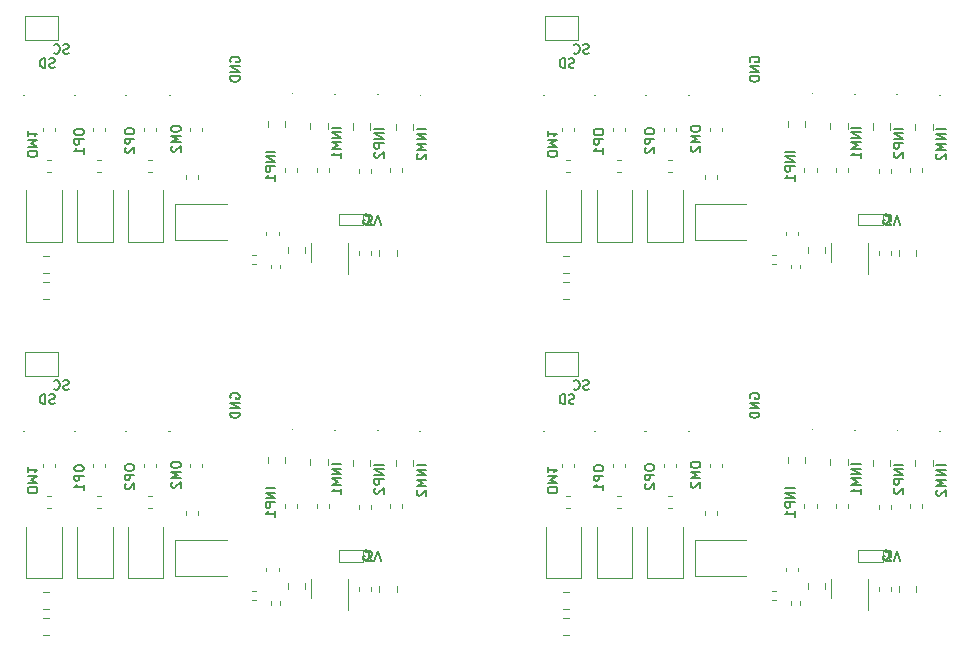
<source format=gbo>
G04 #@! TF.GenerationSoftware,KiCad,Pcbnew,9.0.4*
G04 #@! TF.CreationDate,2025-08-20T18:17:53-04:00*
G04 #@! TF.ProjectId,jlc_pcba,6a6c635f-7063-4626-912e-6b696361645f,rev?*
G04 #@! TF.SameCoordinates,Original*
G04 #@! TF.FileFunction,Legend,Bot*
G04 #@! TF.FilePolarity,Positive*
%FSLAX46Y46*%
G04 Gerber Fmt 4.6, Leading zero omitted, Abs format (unit mm)*
G04 Created by KiCad (PCBNEW 9.0.4) date 2025-08-20 18:17:53*
%MOMM*%
%LPD*%
G01*
G04 APERTURE LIST*
%ADD10C,0.150000*%
%ADD11C,0.120000*%
%ADD12C,0.100000*%
G04 APERTURE END LIST*
D10*
X34729795Y-47404160D02*
X33929795Y-47404160D01*
X34729795Y-47785112D02*
X33929795Y-47785112D01*
X33929795Y-47785112D02*
X34729795Y-48242255D01*
X34729795Y-48242255D02*
X33929795Y-48242255D01*
X34729795Y-48623207D02*
X33929795Y-48623207D01*
X33929795Y-48623207D02*
X33929795Y-48927969D01*
X33929795Y-48927969D02*
X33967890Y-49004159D01*
X33967890Y-49004159D02*
X34005985Y-49042254D01*
X34005985Y-49042254D02*
X34082176Y-49080350D01*
X34082176Y-49080350D02*
X34196461Y-49080350D01*
X34196461Y-49080350D02*
X34272652Y-49042254D01*
X34272652Y-49042254D02*
X34310747Y-49004159D01*
X34310747Y-49004159D02*
X34348842Y-48927969D01*
X34348842Y-48927969D02*
X34348842Y-48623207D01*
X34729795Y-49842254D02*
X34729795Y-49385111D01*
X34729795Y-49613683D02*
X33929795Y-49613683D01*
X33929795Y-49613683D02*
X34044080Y-49537492D01*
X34044080Y-49537492D02*
X34120271Y-49461302D01*
X34120271Y-49461302D02*
X34158366Y-49385111D01*
X14605204Y-19175112D02*
X14605204Y-19022731D01*
X14605204Y-19022731D02*
X14567109Y-18946541D01*
X14567109Y-18946541D02*
X14490919Y-18870350D01*
X14490919Y-18870350D02*
X14338538Y-18832255D01*
X14338538Y-18832255D02*
X14071871Y-18832255D01*
X14071871Y-18832255D02*
X13919490Y-18870350D01*
X13919490Y-18870350D02*
X13843300Y-18946541D01*
X13843300Y-18946541D02*
X13805204Y-19022731D01*
X13805204Y-19022731D02*
X13805204Y-19175112D01*
X13805204Y-19175112D02*
X13843300Y-19251303D01*
X13843300Y-19251303D02*
X13919490Y-19327493D01*
X13919490Y-19327493D02*
X14071871Y-19365589D01*
X14071871Y-19365589D02*
X14338538Y-19365589D01*
X14338538Y-19365589D02*
X14490919Y-19327493D01*
X14490919Y-19327493D02*
X14567109Y-19251303D01*
X14567109Y-19251303D02*
X14605204Y-19175112D01*
X13805204Y-18489398D02*
X14605204Y-18489398D01*
X14605204Y-18489398D02*
X14033776Y-18222732D01*
X14033776Y-18222732D02*
X14605204Y-17956065D01*
X14605204Y-17956065D02*
X13805204Y-17956065D01*
X13805204Y-17156065D02*
X13805204Y-17613208D01*
X13805204Y-17384636D02*
X14605204Y-17384636D01*
X14605204Y-17384636D02*
X14490919Y-17460827D01*
X14490919Y-17460827D02*
X14414728Y-17537017D01*
X14414728Y-17537017D02*
X14376633Y-17613208D01*
X42430469Y-25102704D02*
X42925707Y-25102704D01*
X42925707Y-25102704D02*
X42659041Y-24797942D01*
X42659041Y-24797942D02*
X42773326Y-24797942D01*
X42773326Y-24797942D02*
X42849517Y-24759847D01*
X42849517Y-24759847D02*
X42887612Y-24721752D01*
X42887612Y-24721752D02*
X42925707Y-24645561D01*
X42925707Y-24645561D02*
X42925707Y-24455085D01*
X42925707Y-24455085D02*
X42887612Y-24378895D01*
X42887612Y-24378895D02*
X42849517Y-24340800D01*
X42849517Y-24340800D02*
X42773326Y-24302704D01*
X42773326Y-24302704D02*
X42544755Y-24302704D01*
X42544755Y-24302704D02*
X42468564Y-24340800D01*
X42468564Y-24340800D02*
X42430469Y-24378895D01*
X43154279Y-25102704D02*
X43420946Y-24302704D01*
X43420946Y-24302704D02*
X43687612Y-25102704D01*
X47529795Y-17026660D02*
X46729795Y-17026660D01*
X47529795Y-17407612D02*
X46729795Y-17407612D01*
X46729795Y-17407612D02*
X47529795Y-17864755D01*
X47529795Y-17864755D02*
X46729795Y-17864755D01*
X47529795Y-18245707D02*
X46729795Y-18245707D01*
X46729795Y-18245707D02*
X47301223Y-18512373D01*
X47301223Y-18512373D02*
X46729795Y-18779040D01*
X46729795Y-18779040D02*
X47529795Y-18779040D01*
X46805985Y-19121897D02*
X46767890Y-19159993D01*
X46767890Y-19159993D02*
X46729795Y-19236183D01*
X46729795Y-19236183D02*
X46729795Y-19426659D01*
X46729795Y-19426659D02*
X46767890Y-19502850D01*
X46767890Y-19502850D02*
X46805985Y-19540945D01*
X46805985Y-19540945D02*
X46882176Y-19579040D01*
X46882176Y-19579040D02*
X46958366Y-19579040D01*
X46958366Y-19579040D02*
X47072652Y-19540945D01*
X47072652Y-19540945D02*
X47529795Y-19083802D01*
X47529795Y-19083802D02*
X47529795Y-19579040D01*
X78729795Y-18944160D02*
X77929795Y-18944160D01*
X78729795Y-19325112D02*
X77929795Y-19325112D01*
X77929795Y-19325112D02*
X78729795Y-19782255D01*
X78729795Y-19782255D02*
X77929795Y-19782255D01*
X78729795Y-20163207D02*
X77929795Y-20163207D01*
X77929795Y-20163207D02*
X77929795Y-20467969D01*
X77929795Y-20467969D02*
X77967890Y-20544159D01*
X77967890Y-20544159D02*
X78005985Y-20582254D01*
X78005985Y-20582254D02*
X78082176Y-20620350D01*
X78082176Y-20620350D02*
X78196461Y-20620350D01*
X78196461Y-20620350D02*
X78272652Y-20582254D01*
X78272652Y-20582254D02*
X78310747Y-20544159D01*
X78310747Y-20544159D02*
X78348842Y-20467969D01*
X78348842Y-20467969D02*
X78348842Y-20163207D01*
X78729795Y-21382254D02*
X78729795Y-20925111D01*
X78729795Y-21153683D02*
X77929795Y-21153683D01*
X77929795Y-21153683D02*
X78044080Y-21077492D01*
X78044080Y-21077492D02*
X78120271Y-21001302D01*
X78120271Y-21001302D02*
X78158366Y-20925111D01*
X17729795Y-17196541D02*
X17729795Y-17348922D01*
X17729795Y-17348922D02*
X17767890Y-17425112D01*
X17767890Y-17425112D02*
X17844080Y-17501303D01*
X17844080Y-17501303D02*
X17996461Y-17539398D01*
X17996461Y-17539398D02*
X18263128Y-17539398D01*
X18263128Y-17539398D02*
X18415509Y-17501303D01*
X18415509Y-17501303D02*
X18491700Y-17425112D01*
X18491700Y-17425112D02*
X18529795Y-17348922D01*
X18529795Y-17348922D02*
X18529795Y-17196541D01*
X18529795Y-17196541D02*
X18491700Y-17120350D01*
X18491700Y-17120350D02*
X18415509Y-17044160D01*
X18415509Y-17044160D02*
X18263128Y-17006064D01*
X18263128Y-17006064D02*
X17996461Y-17006064D01*
X17996461Y-17006064D02*
X17844080Y-17044160D01*
X17844080Y-17044160D02*
X17767890Y-17120350D01*
X17767890Y-17120350D02*
X17729795Y-17196541D01*
X18529795Y-17882255D02*
X17729795Y-17882255D01*
X17729795Y-17882255D02*
X17729795Y-18187017D01*
X17729795Y-18187017D02*
X17767890Y-18263207D01*
X17767890Y-18263207D02*
X17805985Y-18301302D01*
X17805985Y-18301302D02*
X17882176Y-18339398D01*
X17882176Y-18339398D02*
X17996461Y-18339398D01*
X17996461Y-18339398D02*
X18072652Y-18301302D01*
X18072652Y-18301302D02*
X18110747Y-18263207D01*
X18110747Y-18263207D02*
X18148842Y-18187017D01*
X18148842Y-18187017D02*
X18148842Y-17882255D01*
X18529795Y-19101302D02*
X18529795Y-18644159D01*
X18529795Y-18872731D02*
X17729795Y-18872731D01*
X17729795Y-18872731D02*
X17844080Y-18796540D01*
X17844080Y-18796540D02*
X17920271Y-18720350D01*
X17920271Y-18720350D02*
X17958366Y-18644159D01*
X84329795Y-16906660D02*
X83529795Y-16906660D01*
X84329795Y-17287612D02*
X83529795Y-17287612D01*
X83529795Y-17287612D02*
X84329795Y-17744755D01*
X84329795Y-17744755D02*
X83529795Y-17744755D01*
X84329795Y-18125707D02*
X83529795Y-18125707D01*
X83529795Y-18125707D02*
X84101223Y-18392373D01*
X84101223Y-18392373D02*
X83529795Y-18659040D01*
X83529795Y-18659040D02*
X84329795Y-18659040D01*
X84329795Y-19459040D02*
X84329795Y-19001897D01*
X84329795Y-19230469D02*
X83529795Y-19230469D01*
X83529795Y-19230469D02*
X83644080Y-19154278D01*
X83644080Y-19154278D02*
X83720271Y-19078088D01*
X83720271Y-19078088D02*
X83758366Y-19001897D01*
X30967890Y-39787744D02*
X30929795Y-39711554D01*
X30929795Y-39711554D02*
X30929795Y-39597268D01*
X30929795Y-39597268D02*
X30967890Y-39482982D01*
X30967890Y-39482982D02*
X31044080Y-39406792D01*
X31044080Y-39406792D02*
X31120271Y-39368697D01*
X31120271Y-39368697D02*
X31272652Y-39330601D01*
X31272652Y-39330601D02*
X31386938Y-39330601D01*
X31386938Y-39330601D02*
X31539319Y-39368697D01*
X31539319Y-39368697D02*
X31615509Y-39406792D01*
X31615509Y-39406792D02*
X31691700Y-39482982D01*
X31691700Y-39482982D02*
X31729795Y-39597268D01*
X31729795Y-39597268D02*
X31729795Y-39673459D01*
X31729795Y-39673459D02*
X31691700Y-39787744D01*
X31691700Y-39787744D02*
X31653604Y-39825840D01*
X31653604Y-39825840D02*
X31386938Y-39825840D01*
X31386938Y-39825840D02*
X31386938Y-39673459D01*
X31729795Y-40168697D02*
X30929795Y-40168697D01*
X30929795Y-40168697D02*
X31729795Y-40625840D01*
X31729795Y-40625840D02*
X30929795Y-40625840D01*
X31729795Y-41006792D02*
X30929795Y-41006792D01*
X30929795Y-41006792D02*
X30929795Y-41197268D01*
X30929795Y-41197268D02*
X30967890Y-41311554D01*
X30967890Y-41311554D02*
X31044080Y-41387744D01*
X31044080Y-41387744D02*
X31120271Y-41425839D01*
X31120271Y-41425839D02*
X31272652Y-41463935D01*
X31272652Y-41463935D02*
X31386938Y-41463935D01*
X31386938Y-41463935D02*
X31539319Y-41425839D01*
X31539319Y-41425839D02*
X31615509Y-41387744D01*
X31615509Y-41387744D02*
X31691700Y-41311554D01*
X31691700Y-41311554D02*
X31729795Y-41197268D01*
X31729795Y-41197268D02*
X31729795Y-41006792D01*
X74967890Y-39787744D02*
X74929795Y-39711554D01*
X74929795Y-39711554D02*
X74929795Y-39597268D01*
X74929795Y-39597268D02*
X74967890Y-39482982D01*
X74967890Y-39482982D02*
X75044080Y-39406792D01*
X75044080Y-39406792D02*
X75120271Y-39368697D01*
X75120271Y-39368697D02*
X75272652Y-39330601D01*
X75272652Y-39330601D02*
X75386938Y-39330601D01*
X75386938Y-39330601D02*
X75539319Y-39368697D01*
X75539319Y-39368697D02*
X75615509Y-39406792D01*
X75615509Y-39406792D02*
X75691700Y-39482982D01*
X75691700Y-39482982D02*
X75729795Y-39597268D01*
X75729795Y-39597268D02*
X75729795Y-39673459D01*
X75729795Y-39673459D02*
X75691700Y-39787744D01*
X75691700Y-39787744D02*
X75653604Y-39825840D01*
X75653604Y-39825840D02*
X75386938Y-39825840D01*
X75386938Y-39825840D02*
X75386938Y-39673459D01*
X75729795Y-40168697D02*
X74929795Y-40168697D01*
X74929795Y-40168697D02*
X75729795Y-40625840D01*
X75729795Y-40625840D02*
X74929795Y-40625840D01*
X75729795Y-41006792D02*
X74929795Y-41006792D01*
X74929795Y-41006792D02*
X74929795Y-41197268D01*
X74929795Y-41197268D02*
X74967890Y-41311554D01*
X74967890Y-41311554D02*
X75044080Y-41387744D01*
X75044080Y-41387744D02*
X75120271Y-41425839D01*
X75120271Y-41425839D02*
X75272652Y-41463935D01*
X75272652Y-41463935D02*
X75386938Y-41463935D01*
X75386938Y-41463935D02*
X75539319Y-41425839D01*
X75539319Y-41425839D02*
X75615509Y-41387744D01*
X75615509Y-41387744D02*
X75691700Y-41311554D01*
X75691700Y-41311554D02*
X75729795Y-41197268D01*
X75729795Y-41197268D02*
X75729795Y-41006792D01*
X87929795Y-45439160D02*
X87129795Y-45439160D01*
X87929795Y-45820112D02*
X87129795Y-45820112D01*
X87129795Y-45820112D02*
X87929795Y-46277255D01*
X87929795Y-46277255D02*
X87129795Y-46277255D01*
X87929795Y-46658207D02*
X87129795Y-46658207D01*
X87129795Y-46658207D02*
X87129795Y-46962969D01*
X87129795Y-46962969D02*
X87167890Y-47039159D01*
X87167890Y-47039159D02*
X87205985Y-47077254D01*
X87205985Y-47077254D02*
X87282176Y-47115350D01*
X87282176Y-47115350D02*
X87396461Y-47115350D01*
X87396461Y-47115350D02*
X87472652Y-47077254D01*
X87472652Y-47077254D02*
X87510747Y-47039159D01*
X87510747Y-47039159D02*
X87548842Y-46962969D01*
X87548842Y-46962969D02*
X87548842Y-46658207D01*
X87205985Y-47420111D02*
X87167890Y-47458207D01*
X87167890Y-47458207D02*
X87129795Y-47534397D01*
X87129795Y-47534397D02*
X87129795Y-47724873D01*
X87129795Y-47724873D02*
X87167890Y-47801064D01*
X87167890Y-47801064D02*
X87205985Y-47839159D01*
X87205985Y-47839159D02*
X87282176Y-47877254D01*
X87282176Y-47877254D02*
X87358366Y-47877254D01*
X87358366Y-47877254D02*
X87472652Y-47839159D01*
X87472652Y-47839159D02*
X87929795Y-47382016D01*
X87929795Y-47382016D02*
X87929795Y-47877254D01*
X58605204Y-47635112D02*
X58605204Y-47482731D01*
X58605204Y-47482731D02*
X58567109Y-47406541D01*
X58567109Y-47406541D02*
X58490919Y-47330350D01*
X58490919Y-47330350D02*
X58338538Y-47292255D01*
X58338538Y-47292255D02*
X58071871Y-47292255D01*
X58071871Y-47292255D02*
X57919490Y-47330350D01*
X57919490Y-47330350D02*
X57843300Y-47406541D01*
X57843300Y-47406541D02*
X57805204Y-47482731D01*
X57805204Y-47482731D02*
X57805204Y-47635112D01*
X57805204Y-47635112D02*
X57843300Y-47711303D01*
X57843300Y-47711303D02*
X57919490Y-47787493D01*
X57919490Y-47787493D02*
X58071871Y-47825589D01*
X58071871Y-47825589D02*
X58338538Y-47825589D01*
X58338538Y-47825589D02*
X58490919Y-47787493D01*
X58490919Y-47787493D02*
X58567109Y-47711303D01*
X58567109Y-47711303D02*
X58605204Y-47635112D01*
X57805204Y-46949398D02*
X58605204Y-46949398D01*
X58605204Y-46949398D02*
X58033776Y-46682732D01*
X58033776Y-46682732D02*
X58605204Y-46416065D01*
X58605204Y-46416065D02*
X57805204Y-46416065D01*
X57805204Y-45616065D02*
X57805204Y-46073208D01*
X57805204Y-45844636D02*
X58605204Y-45844636D01*
X58605204Y-45844636D02*
X58490919Y-45920827D01*
X58490919Y-45920827D02*
X58414728Y-45997017D01*
X58414728Y-45997017D02*
X58376633Y-46073208D01*
X42259293Y-24255390D02*
X42335483Y-24217295D01*
X42335483Y-24217295D02*
X42449769Y-24217295D01*
X42449769Y-24217295D02*
X42564055Y-24255390D01*
X42564055Y-24255390D02*
X42640245Y-24331580D01*
X42640245Y-24331580D02*
X42678340Y-24407771D01*
X42678340Y-24407771D02*
X42716436Y-24560152D01*
X42716436Y-24560152D02*
X42716436Y-24674438D01*
X42716436Y-24674438D02*
X42678340Y-24826819D01*
X42678340Y-24826819D02*
X42640245Y-24903009D01*
X42640245Y-24903009D02*
X42564055Y-24979200D01*
X42564055Y-24979200D02*
X42449769Y-25017295D01*
X42449769Y-25017295D02*
X42373578Y-25017295D01*
X42373578Y-25017295D02*
X42259293Y-24979200D01*
X42259293Y-24979200D02*
X42221197Y-24941104D01*
X42221197Y-24941104D02*
X42221197Y-24674438D01*
X42221197Y-24674438D02*
X42373578Y-24674438D01*
X61275708Y-39039200D02*
X61161422Y-39077295D01*
X61161422Y-39077295D02*
X60970946Y-39077295D01*
X60970946Y-39077295D02*
X60894755Y-39039200D01*
X60894755Y-39039200D02*
X60856660Y-39001104D01*
X60856660Y-39001104D02*
X60818565Y-38924914D01*
X60818565Y-38924914D02*
X60818565Y-38848723D01*
X60818565Y-38848723D02*
X60856660Y-38772533D01*
X60856660Y-38772533D02*
X60894755Y-38734438D01*
X60894755Y-38734438D02*
X60970946Y-38696342D01*
X60970946Y-38696342D02*
X61123327Y-38658247D01*
X61123327Y-38658247D02*
X61199517Y-38620152D01*
X61199517Y-38620152D02*
X61237612Y-38582057D01*
X61237612Y-38582057D02*
X61275708Y-38505866D01*
X61275708Y-38505866D02*
X61275708Y-38429676D01*
X61275708Y-38429676D02*
X61237612Y-38353485D01*
X61237612Y-38353485D02*
X61199517Y-38315390D01*
X61199517Y-38315390D02*
X61123327Y-38277295D01*
X61123327Y-38277295D02*
X60932850Y-38277295D01*
X60932850Y-38277295D02*
X60818565Y-38315390D01*
X60018564Y-39001104D02*
X60056660Y-39039200D01*
X60056660Y-39039200D02*
X60170945Y-39077295D01*
X60170945Y-39077295D02*
X60247136Y-39077295D01*
X60247136Y-39077295D02*
X60361422Y-39039200D01*
X60361422Y-39039200D02*
X60437612Y-38963009D01*
X60437612Y-38963009D02*
X60475707Y-38886819D01*
X60475707Y-38886819D02*
X60513803Y-38734438D01*
X60513803Y-38734438D02*
X60513803Y-38620152D01*
X60513803Y-38620152D02*
X60475707Y-38467771D01*
X60475707Y-38467771D02*
X60437612Y-38391580D01*
X60437612Y-38391580D02*
X60361422Y-38315390D01*
X60361422Y-38315390D02*
X60247136Y-38277295D01*
X60247136Y-38277295D02*
X60170945Y-38277295D01*
X60170945Y-38277295D02*
X60056660Y-38315390D01*
X60056660Y-38315390D02*
X60018564Y-38353485D01*
X17729795Y-45656541D02*
X17729795Y-45808922D01*
X17729795Y-45808922D02*
X17767890Y-45885112D01*
X17767890Y-45885112D02*
X17844080Y-45961303D01*
X17844080Y-45961303D02*
X17996461Y-45999398D01*
X17996461Y-45999398D02*
X18263128Y-45999398D01*
X18263128Y-45999398D02*
X18415509Y-45961303D01*
X18415509Y-45961303D02*
X18491700Y-45885112D01*
X18491700Y-45885112D02*
X18529795Y-45808922D01*
X18529795Y-45808922D02*
X18529795Y-45656541D01*
X18529795Y-45656541D02*
X18491700Y-45580350D01*
X18491700Y-45580350D02*
X18415509Y-45504160D01*
X18415509Y-45504160D02*
X18263128Y-45466064D01*
X18263128Y-45466064D02*
X17996461Y-45466064D01*
X17996461Y-45466064D02*
X17844080Y-45504160D01*
X17844080Y-45504160D02*
X17767890Y-45580350D01*
X17767890Y-45580350D02*
X17729795Y-45656541D01*
X18529795Y-46342255D02*
X17729795Y-46342255D01*
X17729795Y-46342255D02*
X17729795Y-46647017D01*
X17729795Y-46647017D02*
X17767890Y-46723207D01*
X17767890Y-46723207D02*
X17805985Y-46761302D01*
X17805985Y-46761302D02*
X17882176Y-46799398D01*
X17882176Y-46799398D02*
X17996461Y-46799398D01*
X17996461Y-46799398D02*
X18072652Y-46761302D01*
X18072652Y-46761302D02*
X18110747Y-46723207D01*
X18110747Y-46723207D02*
X18148842Y-46647017D01*
X18148842Y-46647017D02*
X18148842Y-46342255D01*
X18529795Y-47561302D02*
X18529795Y-47104159D01*
X18529795Y-47332731D02*
X17729795Y-47332731D01*
X17729795Y-47332731D02*
X17844080Y-47256540D01*
X17844080Y-47256540D02*
X17920271Y-47180350D01*
X17920271Y-47180350D02*
X17958366Y-47104159D01*
X86430469Y-25102704D02*
X86925707Y-25102704D01*
X86925707Y-25102704D02*
X86659041Y-24797942D01*
X86659041Y-24797942D02*
X86773326Y-24797942D01*
X86773326Y-24797942D02*
X86849517Y-24759847D01*
X86849517Y-24759847D02*
X86887612Y-24721752D01*
X86887612Y-24721752D02*
X86925707Y-24645561D01*
X86925707Y-24645561D02*
X86925707Y-24455085D01*
X86925707Y-24455085D02*
X86887612Y-24378895D01*
X86887612Y-24378895D02*
X86849517Y-24340800D01*
X86849517Y-24340800D02*
X86773326Y-24302704D01*
X86773326Y-24302704D02*
X86544755Y-24302704D01*
X86544755Y-24302704D02*
X86468564Y-24340800D01*
X86468564Y-24340800D02*
X86430469Y-24378895D01*
X87154279Y-25102704D02*
X87420946Y-24302704D01*
X87420946Y-24302704D02*
X87687612Y-25102704D01*
X22029795Y-45581541D02*
X22029795Y-45733922D01*
X22029795Y-45733922D02*
X22067890Y-45810112D01*
X22067890Y-45810112D02*
X22144080Y-45886303D01*
X22144080Y-45886303D02*
X22296461Y-45924398D01*
X22296461Y-45924398D02*
X22563128Y-45924398D01*
X22563128Y-45924398D02*
X22715509Y-45886303D01*
X22715509Y-45886303D02*
X22791700Y-45810112D01*
X22791700Y-45810112D02*
X22829795Y-45733922D01*
X22829795Y-45733922D02*
X22829795Y-45581541D01*
X22829795Y-45581541D02*
X22791700Y-45505350D01*
X22791700Y-45505350D02*
X22715509Y-45429160D01*
X22715509Y-45429160D02*
X22563128Y-45391064D01*
X22563128Y-45391064D02*
X22296461Y-45391064D01*
X22296461Y-45391064D02*
X22144080Y-45429160D01*
X22144080Y-45429160D02*
X22067890Y-45505350D01*
X22067890Y-45505350D02*
X22029795Y-45581541D01*
X22829795Y-46267255D02*
X22029795Y-46267255D01*
X22029795Y-46267255D02*
X22029795Y-46572017D01*
X22029795Y-46572017D02*
X22067890Y-46648207D01*
X22067890Y-46648207D02*
X22105985Y-46686302D01*
X22105985Y-46686302D02*
X22182176Y-46724398D01*
X22182176Y-46724398D02*
X22296461Y-46724398D01*
X22296461Y-46724398D02*
X22372652Y-46686302D01*
X22372652Y-46686302D02*
X22410747Y-46648207D01*
X22410747Y-46648207D02*
X22448842Y-46572017D01*
X22448842Y-46572017D02*
X22448842Y-46267255D01*
X22105985Y-47029159D02*
X22067890Y-47067255D01*
X22067890Y-47067255D02*
X22029795Y-47143445D01*
X22029795Y-47143445D02*
X22029795Y-47333921D01*
X22029795Y-47333921D02*
X22067890Y-47410112D01*
X22067890Y-47410112D02*
X22105985Y-47448207D01*
X22105985Y-47448207D02*
X22182176Y-47486302D01*
X22182176Y-47486302D02*
X22258366Y-47486302D01*
X22258366Y-47486302D02*
X22372652Y-47448207D01*
X22372652Y-47448207D02*
X22829795Y-46991064D01*
X22829795Y-46991064D02*
X22829795Y-47486302D01*
X60075708Y-40239200D02*
X59961422Y-40277295D01*
X59961422Y-40277295D02*
X59770946Y-40277295D01*
X59770946Y-40277295D02*
X59694755Y-40239200D01*
X59694755Y-40239200D02*
X59656660Y-40201104D01*
X59656660Y-40201104D02*
X59618565Y-40124914D01*
X59618565Y-40124914D02*
X59618565Y-40048723D01*
X59618565Y-40048723D02*
X59656660Y-39972533D01*
X59656660Y-39972533D02*
X59694755Y-39934438D01*
X59694755Y-39934438D02*
X59770946Y-39896342D01*
X59770946Y-39896342D02*
X59923327Y-39858247D01*
X59923327Y-39858247D02*
X59999517Y-39820152D01*
X59999517Y-39820152D02*
X60037612Y-39782057D01*
X60037612Y-39782057D02*
X60075708Y-39705866D01*
X60075708Y-39705866D02*
X60075708Y-39629676D01*
X60075708Y-39629676D02*
X60037612Y-39553485D01*
X60037612Y-39553485D02*
X59999517Y-39515390D01*
X59999517Y-39515390D02*
X59923327Y-39477295D01*
X59923327Y-39477295D02*
X59732850Y-39477295D01*
X59732850Y-39477295D02*
X59618565Y-39515390D01*
X59275707Y-40277295D02*
X59275707Y-39477295D01*
X59275707Y-39477295D02*
X59085231Y-39477295D01*
X59085231Y-39477295D02*
X58970945Y-39515390D01*
X58970945Y-39515390D02*
X58894755Y-39591580D01*
X58894755Y-39591580D02*
X58856660Y-39667771D01*
X58856660Y-39667771D02*
X58818564Y-39820152D01*
X58818564Y-39820152D02*
X58818564Y-39934438D01*
X58818564Y-39934438D02*
X58856660Y-40086819D01*
X58856660Y-40086819D02*
X58894755Y-40163009D01*
X58894755Y-40163009D02*
X58970945Y-40239200D01*
X58970945Y-40239200D02*
X59085231Y-40277295D01*
X59085231Y-40277295D02*
X59275707Y-40277295D01*
X43929795Y-16979160D02*
X43129795Y-16979160D01*
X43929795Y-17360112D02*
X43129795Y-17360112D01*
X43129795Y-17360112D02*
X43929795Y-17817255D01*
X43929795Y-17817255D02*
X43129795Y-17817255D01*
X43929795Y-18198207D02*
X43129795Y-18198207D01*
X43129795Y-18198207D02*
X43129795Y-18502969D01*
X43129795Y-18502969D02*
X43167890Y-18579159D01*
X43167890Y-18579159D02*
X43205985Y-18617254D01*
X43205985Y-18617254D02*
X43282176Y-18655350D01*
X43282176Y-18655350D02*
X43396461Y-18655350D01*
X43396461Y-18655350D02*
X43472652Y-18617254D01*
X43472652Y-18617254D02*
X43510747Y-18579159D01*
X43510747Y-18579159D02*
X43548842Y-18502969D01*
X43548842Y-18502969D02*
X43548842Y-18198207D01*
X43205985Y-18960111D02*
X43167890Y-18998207D01*
X43167890Y-18998207D02*
X43129795Y-19074397D01*
X43129795Y-19074397D02*
X43129795Y-19264873D01*
X43129795Y-19264873D02*
X43167890Y-19341064D01*
X43167890Y-19341064D02*
X43205985Y-19379159D01*
X43205985Y-19379159D02*
X43282176Y-19417254D01*
X43282176Y-19417254D02*
X43358366Y-19417254D01*
X43358366Y-19417254D02*
X43472652Y-19379159D01*
X43472652Y-19379159D02*
X43929795Y-18922016D01*
X43929795Y-18922016D02*
X43929795Y-19417254D01*
X86259293Y-52715390D02*
X86335483Y-52677295D01*
X86335483Y-52677295D02*
X86449769Y-52677295D01*
X86449769Y-52677295D02*
X86564055Y-52715390D01*
X86564055Y-52715390D02*
X86640245Y-52791580D01*
X86640245Y-52791580D02*
X86678340Y-52867771D01*
X86678340Y-52867771D02*
X86716436Y-53020152D01*
X86716436Y-53020152D02*
X86716436Y-53134438D01*
X86716436Y-53134438D02*
X86678340Y-53286819D01*
X86678340Y-53286819D02*
X86640245Y-53363009D01*
X86640245Y-53363009D02*
X86564055Y-53439200D01*
X86564055Y-53439200D02*
X86449769Y-53477295D01*
X86449769Y-53477295D02*
X86373578Y-53477295D01*
X86373578Y-53477295D02*
X86259293Y-53439200D01*
X86259293Y-53439200D02*
X86221197Y-53401104D01*
X86221197Y-53401104D02*
X86221197Y-53134438D01*
X86221197Y-53134438D02*
X86373578Y-53134438D01*
X91529795Y-45486660D02*
X90729795Y-45486660D01*
X91529795Y-45867612D02*
X90729795Y-45867612D01*
X90729795Y-45867612D02*
X91529795Y-46324755D01*
X91529795Y-46324755D02*
X90729795Y-46324755D01*
X91529795Y-46705707D02*
X90729795Y-46705707D01*
X90729795Y-46705707D02*
X91301223Y-46972373D01*
X91301223Y-46972373D02*
X90729795Y-47239040D01*
X90729795Y-47239040D02*
X91529795Y-47239040D01*
X90805985Y-47581897D02*
X90767890Y-47619993D01*
X90767890Y-47619993D02*
X90729795Y-47696183D01*
X90729795Y-47696183D02*
X90729795Y-47886659D01*
X90729795Y-47886659D02*
X90767890Y-47962850D01*
X90767890Y-47962850D02*
X90805985Y-48000945D01*
X90805985Y-48000945D02*
X90882176Y-48039040D01*
X90882176Y-48039040D02*
X90958366Y-48039040D01*
X90958366Y-48039040D02*
X91072652Y-48000945D01*
X91072652Y-48000945D02*
X91529795Y-47543802D01*
X91529795Y-47543802D02*
X91529795Y-48039040D01*
X16075708Y-40239200D02*
X15961422Y-40277295D01*
X15961422Y-40277295D02*
X15770946Y-40277295D01*
X15770946Y-40277295D02*
X15694755Y-40239200D01*
X15694755Y-40239200D02*
X15656660Y-40201104D01*
X15656660Y-40201104D02*
X15618565Y-40124914D01*
X15618565Y-40124914D02*
X15618565Y-40048723D01*
X15618565Y-40048723D02*
X15656660Y-39972533D01*
X15656660Y-39972533D02*
X15694755Y-39934438D01*
X15694755Y-39934438D02*
X15770946Y-39896342D01*
X15770946Y-39896342D02*
X15923327Y-39858247D01*
X15923327Y-39858247D02*
X15999517Y-39820152D01*
X15999517Y-39820152D02*
X16037612Y-39782057D01*
X16037612Y-39782057D02*
X16075708Y-39705866D01*
X16075708Y-39705866D02*
X16075708Y-39629676D01*
X16075708Y-39629676D02*
X16037612Y-39553485D01*
X16037612Y-39553485D02*
X15999517Y-39515390D01*
X15999517Y-39515390D02*
X15923327Y-39477295D01*
X15923327Y-39477295D02*
X15732850Y-39477295D01*
X15732850Y-39477295D02*
X15618565Y-39515390D01*
X15275707Y-40277295D02*
X15275707Y-39477295D01*
X15275707Y-39477295D02*
X15085231Y-39477295D01*
X15085231Y-39477295D02*
X14970945Y-39515390D01*
X14970945Y-39515390D02*
X14894755Y-39591580D01*
X14894755Y-39591580D02*
X14856660Y-39667771D01*
X14856660Y-39667771D02*
X14818564Y-39820152D01*
X14818564Y-39820152D02*
X14818564Y-39934438D01*
X14818564Y-39934438D02*
X14856660Y-40086819D01*
X14856660Y-40086819D02*
X14894755Y-40163009D01*
X14894755Y-40163009D02*
X14970945Y-40239200D01*
X14970945Y-40239200D02*
X15085231Y-40277295D01*
X15085231Y-40277295D02*
X15275707Y-40277295D01*
X43929795Y-45439160D02*
X43129795Y-45439160D01*
X43929795Y-45820112D02*
X43129795Y-45820112D01*
X43129795Y-45820112D02*
X43929795Y-46277255D01*
X43929795Y-46277255D02*
X43129795Y-46277255D01*
X43929795Y-46658207D02*
X43129795Y-46658207D01*
X43129795Y-46658207D02*
X43129795Y-46962969D01*
X43129795Y-46962969D02*
X43167890Y-47039159D01*
X43167890Y-47039159D02*
X43205985Y-47077254D01*
X43205985Y-47077254D02*
X43282176Y-47115350D01*
X43282176Y-47115350D02*
X43396461Y-47115350D01*
X43396461Y-47115350D02*
X43472652Y-47077254D01*
X43472652Y-47077254D02*
X43510747Y-47039159D01*
X43510747Y-47039159D02*
X43548842Y-46962969D01*
X43548842Y-46962969D02*
X43548842Y-46658207D01*
X43205985Y-47420111D02*
X43167890Y-47458207D01*
X43167890Y-47458207D02*
X43129795Y-47534397D01*
X43129795Y-47534397D02*
X43129795Y-47724873D01*
X43129795Y-47724873D02*
X43167890Y-47801064D01*
X43167890Y-47801064D02*
X43205985Y-47839159D01*
X43205985Y-47839159D02*
X43282176Y-47877254D01*
X43282176Y-47877254D02*
X43358366Y-47877254D01*
X43358366Y-47877254D02*
X43472652Y-47839159D01*
X43472652Y-47839159D02*
X43929795Y-47382016D01*
X43929795Y-47382016D02*
X43929795Y-47877254D01*
X25929795Y-16896541D02*
X25929795Y-17048922D01*
X25929795Y-17048922D02*
X25967890Y-17125112D01*
X25967890Y-17125112D02*
X26044080Y-17201303D01*
X26044080Y-17201303D02*
X26196461Y-17239398D01*
X26196461Y-17239398D02*
X26463128Y-17239398D01*
X26463128Y-17239398D02*
X26615509Y-17201303D01*
X26615509Y-17201303D02*
X26691700Y-17125112D01*
X26691700Y-17125112D02*
X26729795Y-17048922D01*
X26729795Y-17048922D02*
X26729795Y-16896541D01*
X26729795Y-16896541D02*
X26691700Y-16820350D01*
X26691700Y-16820350D02*
X26615509Y-16744160D01*
X26615509Y-16744160D02*
X26463128Y-16706064D01*
X26463128Y-16706064D02*
X26196461Y-16706064D01*
X26196461Y-16706064D02*
X26044080Y-16744160D01*
X26044080Y-16744160D02*
X25967890Y-16820350D01*
X25967890Y-16820350D02*
X25929795Y-16896541D01*
X26729795Y-17582255D02*
X25929795Y-17582255D01*
X25929795Y-17582255D02*
X26501223Y-17848921D01*
X26501223Y-17848921D02*
X25929795Y-18115588D01*
X25929795Y-18115588D02*
X26729795Y-18115588D01*
X26005985Y-18458445D02*
X25967890Y-18496541D01*
X25967890Y-18496541D02*
X25929795Y-18572731D01*
X25929795Y-18572731D02*
X25929795Y-18763207D01*
X25929795Y-18763207D02*
X25967890Y-18839398D01*
X25967890Y-18839398D02*
X26005985Y-18877493D01*
X26005985Y-18877493D02*
X26082176Y-18915588D01*
X26082176Y-18915588D02*
X26158366Y-18915588D01*
X26158366Y-18915588D02*
X26272652Y-18877493D01*
X26272652Y-18877493D02*
X26729795Y-18420350D01*
X26729795Y-18420350D02*
X26729795Y-18915588D01*
X61729795Y-45656541D02*
X61729795Y-45808922D01*
X61729795Y-45808922D02*
X61767890Y-45885112D01*
X61767890Y-45885112D02*
X61844080Y-45961303D01*
X61844080Y-45961303D02*
X61996461Y-45999398D01*
X61996461Y-45999398D02*
X62263128Y-45999398D01*
X62263128Y-45999398D02*
X62415509Y-45961303D01*
X62415509Y-45961303D02*
X62491700Y-45885112D01*
X62491700Y-45885112D02*
X62529795Y-45808922D01*
X62529795Y-45808922D02*
X62529795Y-45656541D01*
X62529795Y-45656541D02*
X62491700Y-45580350D01*
X62491700Y-45580350D02*
X62415509Y-45504160D01*
X62415509Y-45504160D02*
X62263128Y-45466064D01*
X62263128Y-45466064D02*
X61996461Y-45466064D01*
X61996461Y-45466064D02*
X61844080Y-45504160D01*
X61844080Y-45504160D02*
X61767890Y-45580350D01*
X61767890Y-45580350D02*
X61729795Y-45656541D01*
X62529795Y-46342255D02*
X61729795Y-46342255D01*
X61729795Y-46342255D02*
X61729795Y-46647017D01*
X61729795Y-46647017D02*
X61767890Y-46723207D01*
X61767890Y-46723207D02*
X61805985Y-46761302D01*
X61805985Y-46761302D02*
X61882176Y-46799398D01*
X61882176Y-46799398D02*
X61996461Y-46799398D01*
X61996461Y-46799398D02*
X62072652Y-46761302D01*
X62072652Y-46761302D02*
X62110747Y-46723207D01*
X62110747Y-46723207D02*
X62148842Y-46647017D01*
X62148842Y-46647017D02*
X62148842Y-46342255D01*
X62529795Y-47561302D02*
X62529795Y-47104159D01*
X62529795Y-47332731D02*
X61729795Y-47332731D01*
X61729795Y-47332731D02*
X61844080Y-47256540D01*
X61844080Y-47256540D02*
X61920271Y-47180350D01*
X61920271Y-47180350D02*
X61958366Y-47104159D01*
X84329795Y-45366660D02*
X83529795Y-45366660D01*
X84329795Y-45747612D02*
X83529795Y-45747612D01*
X83529795Y-45747612D02*
X84329795Y-46204755D01*
X84329795Y-46204755D02*
X83529795Y-46204755D01*
X84329795Y-46585707D02*
X83529795Y-46585707D01*
X83529795Y-46585707D02*
X84101223Y-46852373D01*
X84101223Y-46852373D02*
X83529795Y-47119040D01*
X83529795Y-47119040D02*
X84329795Y-47119040D01*
X84329795Y-47919040D02*
X84329795Y-47461897D01*
X84329795Y-47690469D02*
X83529795Y-47690469D01*
X83529795Y-47690469D02*
X83644080Y-47614278D01*
X83644080Y-47614278D02*
X83720271Y-47538088D01*
X83720271Y-47538088D02*
X83758366Y-47461897D01*
X14605204Y-47635112D02*
X14605204Y-47482731D01*
X14605204Y-47482731D02*
X14567109Y-47406541D01*
X14567109Y-47406541D02*
X14490919Y-47330350D01*
X14490919Y-47330350D02*
X14338538Y-47292255D01*
X14338538Y-47292255D02*
X14071871Y-47292255D01*
X14071871Y-47292255D02*
X13919490Y-47330350D01*
X13919490Y-47330350D02*
X13843300Y-47406541D01*
X13843300Y-47406541D02*
X13805204Y-47482731D01*
X13805204Y-47482731D02*
X13805204Y-47635112D01*
X13805204Y-47635112D02*
X13843300Y-47711303D01*
X13843300Y-47711303D02*
X13919490Y-47787493D01*
X13919490Y-47787493D02*
X14071871Y-47825589D01*
X14071871Y-47825589D02*
X14338538Y-47825589D01*
X14338538Y-47825589D02*
X14490919Y-47787493D01*
X14490919Y-47787493D02*
X14567109Y-47711303D01*
X14567109Y-47711303D02*
X14605204Y-47635112D01*
X13805204Y-46949398D02*
X14605204Y-46949398D01*
X14605204Y-46949398D02*
X14033776Y-46682732D01*
X14033776Y-46682732D02*
X14605204Y-46416065D01*
X14605204Y-46416065D02*
X13805204Y-46416065D01*
X13805204Y-45616065D02*
X13805204Y-46073208D01*
X13805204Y-45844636D02*
X14605204Y-45844636D01*
X14605204Y-45844636D02*
X14490919Y-45920827D01*
X14490919Y-45920827D02*
X14414728Y-45997017D01*
X14414728Y-45997017D02*
X14376633Y-46073208D01*
X66029795Y-17121541D02*
X66029795Y-17273922D01*
X66029795Y-17273922D02*
X66067890Y-17350112D01*
X66067890Y-17350112D02*
X66144080Y-17426303D01*
X66144080Y-17426303D02*
X66296461Y-17464398D01*
X66296461Y-17464398D02*
X66563128Y-17464398D01*
X66563128Y-17464398D02*
X66715509Y-17426303D01*
X66715509Y-17426303D02*
X66791700Y-17350112D01*
X66791700Y-17350112D02*
X66829795Y-17273922D01*
X66829795Y-17273922D02*
X66829795Y-17121541D01*
X66829795Y-17121541D02*
X66791700Y-17045350D01*
X66791700Y-17045350D02*
X66715509Y-16969160D01*
X66715509Y-16969160D02*
X66563128Y-16931064D01*
X66563128Y-16931064D02*
X66296461Y-16931064D01*
X66296461Y-16931064D02*
X66144080Y-16969160D01*
X66144080Y-16969160D02*
X66067890Y-17045350D01*
X66067890Y-17045350D02*
X66029795Y-17121541D01*
X66829795Y-17807255D02*
X66029795Y-17807255D01*
X66029795Y-17807255D02*
X66029795Y-18112017D01*
X66029795Y-18112017D02*
X66067890Y-18188207D01*
X66067890Y-18188207D02*
X66105985Y-18226302D01*
X66105985Y-18226302D02*
X66182176Y-18264398D01*
X66182176Y-18264398D02*
X66296461Y-18264398D01*
X66296461Y-18264398D02*
X66372652Y-18226302D01*
X66372652Y-18226302D02*
X66410747Y-18188207D01*
X66410747Y-18188207D02*
X66448842Y-18112017D01*
X66448842Y-18112017D02*
X66448842Y-17807255D01*
X66105985Y-18569159D02*
X66067890Y-18607255D01*
X66067890Y-18607255D02*
X66029795Y-18683445D01*
X66029795Y-18683445D02*
X66029795Y-18873921D01*
X66029795Y-18873921D02*
X66067890Y-18950112D01*
X66067890Y-18950112D02*
X66105985Y-18988207D01*
X66105985Y-18988207D02*
X66182176Y-19026302D01*
X66182176Y-19026302D02*
X66258366Y-19026302D01*
X66258366Y-19026302D02*
X66372652Y-18988207D01*
X66372652Y-18988207D02*
X66829795Y-18531064D01*
X66829795Y-18531064D02*
X66829795Y-19026302D01*
X40329795Y-45366660D02*
X39529795Y-45366660D01*
X40329795Y-45747612D02*
X39529795Y-45747612D01*
X39529795Y-45747612D02*
X40329795Y-46204755D01*
X40329795Y-46204755D02*
X39529795Y-46204755D01*
X40329795Y-46585707D02*
X39529795Y-46585707D01*
X39529795Y-46585707D02*
X40101223Y-46852373D01*
X40101223Y-46852373D02*
X39529795Y-47119040D01*
X39529795Y-47119040D02*
X40329795Y-47119040D01*
X40329795Y-47919040D02*
X40329795Y-47461897D01*
X40329795Y-47690469D02*
X39529795Y-47690469D01*
X39529795Y-47690469D02*
X39644080Y-47614278D01*
X39644080Y-47614278D02*
X39720271Y-47538088D01*
X39720271Y-47538088D02*
X39758366Y-47461897D01*
X17275708Y-10579200D02*
X17161422Y-10617295D01*
X17161422Y-10617295D02*
X16970946Y-10617295D01*
X16970946Y-10617295D02*
X16894755Y-10579200D01*
X16894755Y-10579200D02*
X16856660Y-10541104D01*
X16856660Y-10541104D02*
X16818565Y-10464914D01*
X16818565Y-10464914D02*
X16818565Y-10388723D01*
X16818565Y-10388723D02*
X16856660Y-10312533D01*
X16856660Y-10312533D02*
X16894755Y-10274438D01*
X16894755Y-10274438D02*
X16970946Y-10236342D01*
X16970946Y-10236342D02*
X17123327Y-10198247D01*
X17123327Y-10198247D02*
X17199517Y-10160152D01*
X17199517Y-10160152D02*
X17237612Y-10122057D01*
X17237612Y-10122057D02*
X17275708Y-10045866D01*
X17275708Y-10045866D02*
X17275708Y-9969676D01*
X17275708Y-9969676D02*
X17237612Y-9893485D01*
X17237612Y-9893485D02*
X17199517Y-9855390D01*
X17199517Y-9855390D02*
X17123327Y-9817295D01*
X17123327Y-9817295D02*
X16932850Y-9817295D01*
X16932850Y-9817295D02*
X16818565Y-9855390D01*
X16018564Y-10541104D02*
X16056660Y-10579200D01*
X16056660Y-10579200D02*
X16170945Y-10617295D01*
X16170945Y-10617295D02*
X16247136Y-10617295D01*
X16247136Y-10617295D02*
X16361422Y-10579200D01*
X16361422Y-10579200D02*
X16437612Y-10503009D01*
X16437612Y-10503009D02*
X16475707Y-10426819D01*
X16475707Y-10426819D02*
X16513803Y-10274438D01*
X16513803Y-10274438D02*
X16513803Y-10160152D01*
X16513803Y-10160152D02*
X16475707Y-10007771D01*
X16475707Y-10007771D02*
X16437612Y-9931580D01*
X16437612Y-9931580D02*
X16361422Y-9855390D01*
X16361422Y-9855390D02*
X16247136Y-9817295D01*
X16247136Y-9817295D02*
X16170945Y-9817295D01*
X16170945Y-9817295D02*
X16056660Y-9855390D01*
X16056660Y-9855390D02*
X16018564Y-9893485D01*
X30967890Y-11327744D02*
X30929795Y-11251554D01*
X30929795Y-11251554D02*
X30929795Y-11137268D01*
X30929795Y-11137268D02*
X30967890Y-11022982D01*
X30967890Y-11022982D02*
X31044080Y-10946792D01*
X31044080Y-10946792D02*
X31120271Y-10908697D01*
X31120271Y-10908697D02*
X31272652Y-10870601D01*
X31272652Y-10870601D02*
X31386938Y-10870601D01*
X31386938Y-10870601D02*
X31539319Y-10908697D01*
X31539319Y-10908697D02*
X31615509Y-10946792D01*
X31615509Y-10946792D02*
X31691700Y-11022982D01*
X31691700Y-11022982D02*
X31729795Y-11137268D01*
X31729795Y-11137268D02*
X31729795Y-11213459D01*
X31729795Y-11213459D02*
X31691700Y-11327744D01*
X31691700Y-11327744D02*
X31653604Y-11365840D01*
X31653604Y-11365840D02*
X31386938Y-11365840D01*
X31386938Y-11365840D02*
X31386938Y-11213459D01*
X31729795Y-11708697D02*
X30929795Y-11708697D01*
X30929795Y-11708697D02*
X31729795Y-12165840D01*
X31729795Y-12165840D02*
X30929795Y-12165840D01*
X31729795Y-12546792D02*
X30929795Y-12546792D01*
X30929795Y-12546792D02*
X30929795Y-12737268D01*
X30929795Y-12737268D02*
X30967890Y-12851554D01*
X30967890Y-12851554D02*
X31044080Y-12927744D01*
X31044080Y-12927744D02*
X31120271Y-12965839D01*
X31120271Y-12965839D02*
X31272652Y-13003935D01*
X31272652Y-13003935D02*
X31386938Y-13003935D01*
X31386938Y-13003935D02*
X31539319Y-12965839D01*
X31539319Y-12965839D02*
X31615509Y-12927744D01*
X31615509Y-12927744D02*
X31691700Y-12851554D01*
X31691700Y-12851554D02*
X31729795Y-12737268D01*
X31729795Y-12737268D02*
X31729795Y-12546792D01*
X47529795Y-45486660D02*
X46729795Y-45486660D01*
X47529795Y-45867612D02*
X46729795Y-45867612D01*
X46729795Y-45867612D02*
X47529795Y-46324755D01*
X47529795Y-46324755D02*
X46729795Y-46324755D01*
X47529795Y-46705707D02*
X46729795Y-46705707D01*
X46729795Y-46705707D02*
X47301223Y-46972373D01*
X47301223Y-46972373D02*
X46729795Y-47239040D01*
X46729795Y-47239040D02*
X47529795Y-47239040D01*
X46805985Y-47581897D02*
X46767890Y-47619993D01*
X46767890Y-47619993D02*
X46729795Y-47696183D01*
X46729795Y-47696183D02*
X46729795Y-47886659D01*
X46729795Y-47886659D02*
X46767890Y-47962850D01*
X46767890Y-47962850D02*
X46805985Y-48000945D01*
X46805985Y-48000945D02*
X46882176Y-48039040D01*
X46882176Y-48039040D02*
X46958366Y-48039040D01*
X46958366Y-48039040D02*
X47072652Y-48000945D01*
X47072652Y-48000945D02*
X47529795Y-47543802D01*
X47529795Y-47543802D02*
X47529795Y-48039040D01*
X25929795Y-45356541D02*
X25929795Y-45508922D01*
X25929795Y-45508922D02*
X25967890Y-45585112D01*
X25967890Y-45585112D02*
X26044080Y-45661303D01*
X26044080Y-45661303D02*
X26196461Y-45699398D01*
X26196461Y-45699398D02*
X26463128Y-45699398D01*
X26463128Y-45699398D02*
X26615509Y-45661303D01*
X26615509Y-45661303D02*
X26691700Y-45585112D01*
X26691700Y-45585112D02*
X26729795Y-45508922D01*
X26729795Y-45508922D02*
X26729795Y-45356541D01*
X26729795Y-45356541D02*
X26691700Y-45280350D01*
X26691700Y-45280350D02*
X26615509Y-45204160D01*
X26615509Y-45204160D02*
X26463128Y-45166064D01*
X26463128Y-45166064D02*
X26196461Y-45166064D01*
X26196461Y-45166064D02*
X26044080Y-45204160D01*
X26044080Y-45204160D02*
X25967890Y-45280350D01*
X25967890Y-45280350D02*
X25929795Y-45356541D01*
X26729795Y-46042255D02*
X25929795Y-46042255D01*
X25929795Y-46042255D02*
X26501223Y-46308921D01*
X26501223Y-46308921D02*
X25929795Y-46575588D01*
X25929795Y-46575588D02*
X26729795Y-46575588D01*
X26005985Y-46918445D02*
X25967890Y-46956541D01*
X25967890Y-46956541D02*
X25929795Y-47032731D01*
X25929795Y-47032731D02*
X25929795Y-47223207D01*
X25929795Y-47223207D02*
X25967890Y-47299398D01*
X25967890Y-47299398D02*
X26005985Y-47337493D01*
X26005985Y-47337493D02*
X26082176Y-47375588D01*
X26082176Y-47375588D02*
X26158366Y-47375588D01*
X26158366Y-47375588D02*
X26272652Y-47337493D01*
X26272652Y-47337493D02*
X26729795Y-46880350D01*
X26729795Y-46880350D02*
X26729795Y-47375588D01*
X87929795Y-16979160D02*
X87129795Y-16979160D01*
X87929795Y-17360112D02*
X87129795Y-17360112D01*
X87129795Y-17360112D02*
X87929795Y-17817255D01*
X87929795Y-17817255D02*
X87129795Y-17817255D01*
X87929795Y-18198207D02*
X87129795Y-18198207D01*
X87129795Y-18198207D02*
X87129795Y-18502969D01*
X87129795Y-18502969D02*
X87167890Y-18579159D01*
X87167890Y-18579159D02*
X87205985Y-18617254D01*
X87205985Y-18617254D02*
X87282176Y-18655350D01*
X87282176Y-18655350D02*
X87396461Y-18655350D01*
X87396461Y-18655350D02*
X87472652Y-18617254D01*
X87472652Y-18617254D02*
X87510747Y-18579159D01*
X87510747Y-18579159D02*
X87548842Y-18502969D01*
X87548842Y-18502969D02*
X87548842Y-18198207D01*
X87205985Y-18960111D02*
X87167890Y-18998207D01*
X87167890Y-18998207D02*
X87129795Y-19074397D01*
X87129795Y-19074397D02*
X87129795Y-19264873D01*
X87129795Y-19264873D02*
X87167890Y-19341064D01*
X87167890Y-19341064D02*
X87205985Y-19379159D01*
X87205985Y-19379159D02*
X87282176Y-19417254D01*
X87282176Y-19417254D02*
X87358366Y-19417254D01*
X87358366Y-19417254D02*
X87472652Y-19379159D01*
X87472652Y-19379159D02*
X87929795Y-18922016D01*
X87929795Y-18922016D02*
X87929795Y-19417254D01*
X66029795Y-45581541D02*
X66029795Y-45733922D01*
X66029795Y-45733922D02*
X66067890Y-45810112D01*
X66067890Y-45810112D02*
X66144080Y-45886303D01*
X66144080Y-45886303D02*
X66296461Y-45924398D01*
X66296461Y-45924398D02*
X66563128Y-45924398D01*
X66563128Y-45924398D02*
X66715509Y-45886303D01*
X66715509Y-45886303D02*
X66791700Y-45810112D01*
X66791700Y-45810112D02*
X66829795Y-45733922D01*
X66829795Y-45733922D02*
X66829795Y-45581541D01*
X66829795Y-45581541D02*
X66791700Y-45505350D01*
X66791700Y-45505350D02*
X66715509Y-45429160D01*
X66715509Y-45429160D02*
X66563128Y-45391064D01*
X66563128Y-45391064D02*
X66296461Y-45391064D01*
X66296461Y-45391064D02*
X66144080Y-45429160D01*
X66144080Y-45429160D02*
X66067890Y-45505350D01*
X66067890Y-45505350D02*
X66029795Y-45581541D01*
X66829795Y-46267255D02*
X66029795Y-46267255D01*
X66029795Y-46267255D02*
X66029795Y-46572017D01*
X66029795Y-46572017D02*
X66067890Y-46648207D01*
X66067890Y-46648207D02*
X66105985Y-46686302D01*
X66105985Y-46686302D02*
X66182176Y-46724398D01*
X66182176Y-46724398D02*
X66296461Y-46724398D01*
X66296461Y-46724398D02*
X66372652Y-46686302D01*
X66372652Y-46686302D02*
X66410747Y-46648207D01*
X66410747Y-46648207D02*
X66448842Y-46572017D01*
X66448842Y-46572017D02*
X66448842Y-46267255D01*
X66105985Y-47029159D02*
X66067890Y-47067255D01*
X66067890Y-47067255D02*
X66029795Y-47143445D01*
X66029795Y-47143445D02*
X66029795Y-47333921D01*
X66029795Y-47333921D02*
X66067890Y-47410112D01*
X66067890Y-47410112D02*
X66105985Y-47448207D01*
X66105985Y-47448207D02*
X66182176Y-47486302D01*
X66182176Y-47486302D02*
X66258366Y-47486302D01*
X66258366Y-47486302D02*
X66372652Y-47448207D01*
X66372652Y-47448207D02*
X66829795Y-46991064D01*
X66829795Y-46991064D02*
X66829795Y-47486302D01*
X61275708Y-10579200D02*
X61161422Y-10617295D01*
X61161422Y-10617295D02*
X60970946Y-10617295D01*
X60970946Y-10617295D02*
X60894755Y-10579200D01*
X60894755Y-10579200D02*
X60856660Y-10541104D01*
X60856660Y-10541104D02*
X60818565Y-10464914D01*
X60818565Y-10464914D02*
X60818565Y-10388723D01*
X60818565Y-10388723D02*
X60856660Y-10312533D01*
X60856660Y-10312533D02*
X60894755Y-10274438D01*
X60894755Y-10274438D02*
X60970946Y-10236342D01*
X60970946Y-10236342D02*
X61123327Y-10198247D01*
X61123327Y-10198247D02*
X61199517Y-10160152D01*
X61199517Y-10160152D02*
X61237612Y-10122057D01*
X61237612Y-10122057D02*
X61275708Y-10045866D01*
X61275708Y-10045866D02*
X61275708Y-9969676D01*
X61275708Y-9969676D02*
X61237612Y-9893485D01*
X61237612Y-9893485D02*
X61199517Y-9855390D01*
X61199517Y-9855390D02*
X61123327Y-9817295D01*
X61123327Y-9817295D02*
X60932850Y-9817295D01*
X60932850Y-9817295D02*
X60818565Y-9855390D01*
X60018564Y-10541104D02*
X60056660Y-10579200D01*
X60056660Y-10579200D02*
X60170945Y-10617295D01*
X60170945Y-10617295D02*
X60247136Y-10617295D01*
X60247136Y-10617295D02*
X60361422Y-10579200D01*
X60361422Y-10579200D02*
X60437612Y-10503009D01*
X60437612Y-10503009D02*
X60475707Y-10426819D01*
X60475707Y-10426819D02*
X60513803Y-10274438D01*
X60513803Y-10274438D02*
X60513803Y-10160152D01*
X60513803Y-10160152D02*
X60475707Y-10007771D01*
X60475707Y-10007771D02*
X60437612Y-9931580D01*
X60437612Y-9931580D02*
X60361422Y-9855390D01*
X60361422Y-9855390D02*
X60247136Y-9817295D01*
X60247136Y-9817295D02*
X60170945Y-9817295D01*
X60170945Y-9817295D02*
X60056660Y-9855390D01*
X60056660Y-9855390D02*
X60018564Y-9893485D01*
X69929795Y-45356541D02*
X69929795Y-45508922D01*
X69929795Y-45508922D02*
X69967890Y-45585112D01*
X69967890Y-45585112D02*
X70044080Y-45661303D01*
X70044080Y-45661303D02*
X70196461Y-45699398D01*
X70196461Y-45699398D02*
X70463128Y-45699398D01*
X70463128Y-45699398D02*
X70615509Y-45661303D01*
X70615509Y-45661303D02*
X70691700Y-45585112D01*
X70691700Y-45585112D02*
X70729795Y-45508922D01*
X70729795Y-45508922D02*
X70729795Y-45356541D01*
X70729795Y-45356541D02*
X70691700Y-45280350D01*
X70691700Y-45280350D02*
X70615509Y-45204160D01*
X70615509Y-45204160D02*
X70463128Y-45166064D01*
X70463128Y-45166064D02*
X70196461Y-45166064D01*
X70196461Y-45166064D02*
X70044080Y-45204160D01*
X70044080Y-45204160D02*
X69967890Y-45280350D01*
X69967890Y-45280350D02*
X69929795Y-45356541D01*
X70729795Y-46042255D02*
X69929795Y-46042255D01*
X69929795Y-46042255D02*
X70501223Y-46308921D01*
X70501223Y-46308921D02*
X69929795Y-46575588D01*
X69929795Y-46575588D02*
X70729795Y-46575588D01*
X70005985Y-46918445D02*
X69967890Y-46956541D01*
X69967890Y-46956541D02*
X69929795Y-47032731D01*
X69929795Y-47032731D02*
X69929795Y-47223207D01*
X69929795Y-47223207D02*
X69967890Y-47299398D01*
X69967890Y-47299398D02*
X70005985Y-47337493D01*
X70005985Y-47337493D02*
X70082176Y-47375588D01*
X70082176Y-47375588D02*
X70158366Y-47375588D01*
X70158366Y-47375588D02*
X70272652Y-47337493D01*
X70272652Y-47337493D02*
X70729795Y-46880350D01*
X70729795Y-46880350D02*
X70729795Y-47375588D01*
X78729795Y-47404160D02*
X77929795Y-47404160D01*
X78729795Y-47785112D02*
X77929795Y-47785112D01*
X77929795Y-47785112D02*
X78729795Y-48242255D01*
X78729795Y-48242255D02*
X77929795Y-48242255D01*
X78729795Y-48623207D02*
X77929795Y-48623207D01*
X77929795Y-48623207D02*
X77929795Y-48927969D01*
X77929795Y-48927969D02*
X77967890Y-49004159D01*
X77967890Y-49004159D02*
X78005985Y-49042254D01*
X78005985Y-49042254D02*
X78082176Y-49080350D01*
X78082176Y-49080350D02*
X78196461Y-49080350D01*
X78196461Y-49080350D02*
X78272652Y-49042254D01*
X78272652Y-49042254D02*
X78310747Y-49004159D01*
X78310747Y-49004159D02*
X78348842Y-48927969D01*
X78348842Y-48927969D02*
X78348842Y-48623207D01*
X78729795Y-49842254D02*
X78729795Y-49385111D01*
X78729795Y-49613683D02*
X77929795Y-49613683D01*
X77929795Y-49613683D02*
X78044080Y-49537492D01*
X78044080Y-49537492D02*
X78120271Y-49461302D01*
X78120271Y-49461302D02*
X78158366Y-49385111D01*
X61729795Y-17196541D02*
X61729795Y-17348922D01*
X61729795Y-17348922D02*
X61767890Y-17425112D01*
X61767890Y-17425112D02*
X61844080Y-17501303D01*
X61844080Y-17501303D02*
X61996461Y-17539398D01*
X61996461Y-17539398D02*
X62263128Y-17539398D01*
X62263128Y-17539398D02*
X62415509Y-17501303D01*
X62415509Y-17501303D02*
X62491700Y-17425112D01*
X62491700Y-17425112D02*
X62529795Y-17348922D01*
X62529795Y-17348922D02*
X62529795Y-17196541D01*
X62529795Y-17196541D02*
X62491700Y-17120350D01*
X62491700Y-17120350D02*
X62415509Y-17044160D01*
X62415509Y-17044160D02*
X62263128Y-17006064D01*
X62263128Y-17006064D02*
X61996461Y-17006064D01*
X61996461Y-17006064D02*
X61844080Y-17044160D01*
X61844080Y-17044160D02*
X61767890Y-17120350D01*
X61767890Y-17120350D02*
X61729795Y-17196541D01*
X62529795Y-17882255D02*
X61729795Y-17882255D01*
X61729795Y-17882255D02*
X61729795Y-18187017D01*
X61729795Y-18187017D02*
X61767890Y-18263207D01*
X61767890Y-18263207D02*
X61805985Y-18301302D01*
X61805985Y-18301302D02*
X61882176Y-18339398D01*
X61882176Y-18339398D02*
X61996461Y-18339398D01*
X61996461Y-18339398D02*
X62072652Y-18301302D01*
X62072652Y-18301302D02*
X62110747Y-18263207D01*
X62110747Y-18263207D02*
X62148842Y-18187017D01*
X62148842Y-18187017D02*
X62148842Y-17882255D01*
X62529795Y-19101302D02*
X62529795Y-18644159D01*
X62529795Y-18872731D02*
X61729795Y-18872731D01*
X61729795Y-18872731D02*
X61844080Y-18796540D01*
X61844080Y-18796540D02*
X61920271Y-18720350D01*
X61920271Y-18720350D02*
X61958366Y-18644159D01*
X34729795Y-18944160D02*
X33929795Y-18944160D01*
X34729795Y-19325112D02*
X33929795Y-19325112D01*
X33929795Y-19325112D02*
X34729795Y-19782255D01*
X34729795Y-19782255D02*
X33929795Y-19782255D01*
X34729795Y-20163207D02*
X33929795Y-20163207D01*
X33929795Y-20163207D02*
X33929795Y-20467969D01*
X33929795Y-20467969D02*
X33967890Y-20544159D01*
X33967890Y-20544159D02*
X34005985Y-20582254D01*
X34005985Y-20582254D02*
X34082176Y-20620350D01*
X34082176Y-20620350D02*
X34196461Y-20620350D01*
X34196461Y-20620350D02*
X34272652Y-20582254D01*
X34272652Y-20582254D02*
X34310747Y-20544159D01*
X34310747Y-20544159D02*
X34348842Y-20467969D01*
X34348842Y-20467969D02*
X34348842Y-20163207D01*
X34729795Y-21382254D02*
X34729795Y-20925111D01*
X34729795Y-21153683D02*
X33929795Y-21153683D01*
X33929795Y-21153683D02*
X34044080Y-21077492D01*
X34044080Y-21077492D02*
X34120271Y-21001302D01*
X34120271Y-21001302D02*
X34158366Y-20925111D01*
X60075708Y-11779200D02*
X59961422Y-11817295D01*
X59961422Y-11817295D02*
X59770946Y-11817295D01*
X59770946Y-11817295D02*
X59694755Y-11779200D01*
X59694755Y-11779200D02*
X59656660Y-11741104D01*
X59656660Y-11741104D02*
X59618565Y-11664914D01*
X59618565Y-11664914D02*
X59618565Y-11588723D01*
X59618565Y-11588723D02*
X59656660Y-11512533D01*
X59656660Y-11512533D02*
X59694755Y-11474438D01*
X59694755Y-11474438D02*
X59770946Y-11436342D01*
X59770946Y-11436342D02*
X59923327Y-11398247D01*
X59923327Y-11398247D02*
X59999517Y-11360152D01*
X59999517Y-11360152D02*
X60037612Y-11322057D01*
X60037612Y-11322057D02*
X60075708Y-11245866D01*
X60075708Y-11245866D02*
X60075708Y-11169676D01*
X60075708Y-11169676D02*
X60037612Y-11093485D01*
X60037612Y-11093485D02*
X59999517Y-11055390D01*
X59999517Y-11055390D02*
X59923327Y-11017295D01*
X59923327Y-11017295D02*
X59732850Y-11017295D01*
X59732850Y-11017295D02*
X59618565Y-11055390D01*
X59275707Y-11817295D02*
X59275707Y-11017295D01*
X59275707Y-11017295D02*
X59085231Y-11017295D01*
X59085231Y-11017295D02*
X58970945Y-11055390D01*
X58970945Y-11055390D02*
X58894755Y-11131580D01*
X58894755Y-11131580D02*
X58856660Y-11207771D01*
X58856660Y-11207771D02*
X58818564Y-11360152D01*
X58818564Y-11360152D02*
X58818564Y-11474438D01*
X58818564Y-11474438D02*
X58856660Y-11626819D01*
X58856660Y-11626819D02*
X58894755Y-11703009D01*
X58894755Y-11703009D02*
X58970945Y-11779200D01*
X58970945Y-11779200D02*
X59085231Y-11817295D01*
X59085231Y-11817295D02*
X59275707Y-11817295D01*
X42430469Y-53562704D02*
X42925707Y-53562704D01*
X42925707Y-53562704D02*
X42659041Y-53257942D01*
X42659041Y-53257942D02*
X42773326Y-53257942D01*
X42773326Y-53257942D02*
X42849517Y-53219847D01*
X42849517Y-53219847D02*
X42887612Y-53181752D01*
X42887612Y-53181752D02*
X42925707Y-53105561D01*
X42925707Y-53105561D02*
X42925707Y-52915085D01*
X42925707Y-52915085D02*
X42887612Y-52838895D01*
X42887612Y-52838895D02*
X42849517Y-52800800D01*
X42849517Y-52800800D02*
X42773326Y-52762704D01*
X42773326Y-52762704D02*
X42544755Y-52762704D01*
X42544755Y-52762704D02*
X42468564Y-52800800D01*
X42468564Y-52800800D02*
X42430469Y-52838895D01*
X43154279Y-53562704D02*
X43420946Y-52762704D01*
X43420946Y-52762704D02*
X43687612Y-53562704D01*
X74967890Y-11327744D02*
X74929795Y-11251554D01*
X74929795Y-11251554D02*
X74929795Y-11137268D01*
X74929795Y-11137268D02*
X74967890Y-11022982D01*
X74967890Y-11022982D02*
X75044080Y-10946792D01*
X75044080Y-10946792D02*
X75120271Y-10908697D01*
X75120271Y-10908697D02*
X75272652Y-10870601D01*
X75272652Y-10870601D02*
X75386938Y-10870601D01*
X75386938Y-10870601D02*
X75539319Y-10908697D01*
X75539319Y-10908697D02*
X75615509Y-10946792D01*
X75615509Y-10946792D02*
X75691700Y-11022982D01*
X75691700Y-11022982D02*
X75729795Y-11137268D01*
X75729795Y-11137268D02*
X75729795Y-11213459D01*
X75729795Y-11213459D02*
X75691700Y-11327744D01*
X75691700Y-11327744D02*
X75653604Y-11365840D01*
X75653604Y-11365840D02*
X75386938Y-11365840D01*
X75386938Y-11365840D02*
X75386938Y-11213459D01*
X75729795Y-11708697D02*
X74929795Y-11708697D01*
X74929795Y-11708697D02*
X75729795Y-12165840D01*
X75729795Y-12165840D02*
X74929795Y-12165840D01*
X75729795Y-12546792D02*
X74929795Y-12546792D01*
X74929795Y-12546792D02*
X74929795Y-12737268D01*
X74929795Y-12737268D02*
X74967890Y-12851554D01*
X74967890Y-12851554D02*
X75044080Y-12927744D01*
X75044080Y-12927744D02*
X75120271Y-12965839D01*
X75120271Y-12965839D02*
X75272652Y-13003935D01*
X75272652Y-13003935D02*
X75386938Y-13003935D01*
X75386938Y-13003935D02*
X75539319Y-12965839D01*
X75539319Y-12965839D02*
X75615509Y-12927744D01*
X75615509Y-12927744D02*
X75691700Y-12851554D01*
X75691700Y-12851554D02*
X75729795Y-12737268D01*
X75729795Y-12737268D02*
X75729795Y-12546792D01*
X69929795Y-16896541D02*
X69929795Y-17048922D01*
X69929795Y-17048922D02*
X69967890Y-17125112D01*
X69967890Y-17125112D02*
X70044080Y-17201303D01*
X70044080Y-17201303D02*
X70196461Y-17239398D01*
X70196461Y-17239398D02*
X70463128Y-17239398D01*
X70463128Y-17239398D02*
X70615509Y-17201303D01*
X70615509Y-17201303D02*
X70691700Y-17125112D01*
X70691700Y-17125112D02*
X70729795Y-17048922D01*
X70729795Y-17048922D02*
X70729795Y-16896541D01*
X70729795Y-16896541D02*
X70691700Y-16820350D01*
X70691700Y-16820350D02*
X70615509Y-16744160D01*
X70615509Y-16744160D02*
X70463128Y-16706064D01*
X70463128Y-16706064D02*
X70196461Y-16706064D01*
X70196461Y-16706064D02*
X70044080Y-16744160D01*
X70044080Y-16744160D02*
X69967890Y-16820350D01*
X69967890Y-16820350D02*
X69929795Y-16896541D01*
X70729795Y-17582255D02*
X69929795Y-17582255D01*
X69929795Y-17582255D02*
X70501223Y-17848921D01*
X70501223Y-17848921D02*
X69929795Y-18115588D01*
X69929795Y-18115588D02*
X70729795Y-18115588D01*
X70005985Y-18458445D02*
X69967890Y-18496541D01*
X69967890Y-18496541D02*
X69929795Y-18572731D01*
X69929795Y-18572731D02*
X69929795Y-18763207D01*
X69929795Y-18763207D02*
X69967890Y-18839398D01*
X69967890Y-18839398D02*
X70005985Y-18877493D01*
X70005985Y-18877493D02*
X70082176Y-18915588D01*
X70082176Y-18915588D02*
X70158366Y-18915588D01*
X70158366Y-18915588D02*
X70272652Y-18877493D01*
X70272652Y-18877493D02*
X70729795Y-18420350D01*
X70729795Y-18420350D02*
X70729795Y-18915588D01*
X86259293Y-24255390D02*
X86335483Y-24217295D01*
X86335483Y-24217295D02*
X86449769Y-24217295D01*
X86449769Y-24217295D02*
X86564055Y-24255390D01*
X86564055Y-24255390D02*
X86640245Y-24331580D01*
X86640245Y-24331580D02*
X86678340Y-24407771D01*
X86678340Y-24407771D02*
X86716436Y-24560152D01*
X86716436Y-24560152D02*
X86716436Y-24674438D01*
X86716436Y-24674438D02*
X86678340Y-24826819D01*
X86678340Y-24826819D02*
X86640245Y-24903009D01*
X86640245Y-24903009D02*
X86564055Y-24979200D01*
X86564055Y-24979200D02*
X86449769Y-25017295D01*
X86449769Y-25017295D02*
X86373578Y-25017295D01*
X86373578Y-25017295D02*
X86259293Y-24979200D01*
X86259293Y-24979200D02*
X86221197Y-24941104D01*
X86221197Y-24941104D02*
X86221197Y-24674438D01*
X86221197Y-24674438D02*
X86373578Y-24674438D01*
X16075708Y-11779200D02*
X15961422Y-11817295D01*
X15961422Y-11817295D02*
X15770946Y-11817295D01*
X15770946Y-11817295D02*
X15694755Y-11779200D01*
X15694755Y-11779200D02*
X15656660Y-11741104D01*
X15656660Y-11741104D02*
X15618565Y-11664914D01*
X15618565Y-11664914D02*
X15618565Y-11588723D01*
X15618565Y-11588723D02*
X15656660Y-11512533D01*
X15656660Y-11512533D02*
X15694755Y-11474438D01*
X15694755Y-11474438D02*
X15770946Y-11436342D01*
X15770946Y-11436342D02*
X15923327Y-11398247D01*
X15923327Y-11398247D02*
X15999517Y-11360152D01*
X15999517Y-11360152D02*
X16037612Y-11322057D01*
X16037612Y-11322057D02*
X16075708Y-11245866D01*
X16075708Y-11245866D02*
X16075708Y-11169676D01*
X16075708Y-11169676D02*
X16037612Y-11093485D01*
X16037612Y-11093485D02*
X15999517Y-11055390D01*
X15999517Y-11055390D02*
X15923327Y-11017295D01*
X15923327Y-11017295D02*
X15732850Y-11017295D01*
X15732850Y-11017295D02*
X15618565Y-11055390D01*
X15275707Y-11817295D02*
X15275707Y-11017295D01*
X15275707Y-11017295D02*
X15085231Y-11017295D01*
X15085231Y-11017295D02*
X14970945Y-11055390D01*
X14970945Y-11055390D02*
X14894755Y-11131580D01*
X14894755Y-11131580D02*
X14856660Y-11207771D01*
X14856660Y-11207771D02*
X14818564Y-11360152D01*
X14818564Y-11360152D02*
X14818564Y-11474438D01*
X14818564Y-11474438D02*
X14856660Y-11626819D01*
X14856660Y-11626819D02*
X14894755Y-11703009D01*
X14894755Y-11703009D02*
X14970945Y-11779200D01*
X14970945Y-11779200D02*
X15085231Y-11817295D01*
X15085231Y-11817295D02*
X15275707Y-11817295D01*
X91529795Y-17026660D02*
X90729795Y-17026660D01*
X91529795Y-17407612D02*
X90729795Y-17407612D01*
X90729795Y-17407612D02*
X91529795Y-17864755D01*
X91529795Y-17864755D02*
X90729795Y-17864755D01*
X91529795Y-18245707D02*
X90729795Y-18245707D01*
X90729795Y-18245707D02*
X91301223Y-18512373D01*
X91301223Y-18512373D02*
X90729795Y-18779040D01*
X90729795Y-18779040D02*
X91529795Y-18779040D01*
X90805985Y-19121897D02*
X90767890Y-19159993D01*
X90767890Y-19159993D02*
X90729795Y-19236183D01*
X90729795Y-19236183D02*
X90729795Y-19426659D01*
X90729795Y-19426659D02*
X90767890Y-19502850D01*
X90767890Y-19502850D02*
X90805985Y-19540945D01*
X90805985Y-19540945D02*
X90882176Y-19579040D01*
X90882176Y-19579040D02*
X90958366Y-19579040D01*
X90958366Y-19579040D02*
X91072652Y-19540945D01*
X91072652Y-19540945D02*
X91529795Y-19083802D01*
X91529795Y-19083802D02*
X91529795Y-19579040D01*
X86430469Y-53562704D02*
X86925707Y-53562704D01*
X86925707Y-53562704D02*
X86659041Y-53257942D01*
X86659041Y-53257942D02*
X86773326Y-53257942D01*
X86773326Y-53257942D02*
X86849517Y-53219847D01*
X86849517Y-53219847D02*
X86887612Y-53181752D01*
X86887612Y-53181752D02*
X86925707Y-53105561D01*
X86925707Y-53105561D02*
X86925707Y-52915085D01*
X86925707Y-52915085D02*
X86887612Y-52838895D01*
X86887612Y-52838895D02*
X86849517Y-52800800D01*
X86849517Y-52800800D02*
X86773326Y-52762704D01*
X86773326Y-52762704D02*
X86544755Y-52762704D01*
X86544755Y-52762704D02*
X86468564Y-52800800D01*
X86468564Y-52800800D02*
X86430469Y-52838895D01*
X87154279Y-53562704D02*
X87420946Y-52762704D01*
X87420946Y-52762704D02*
X87687612Y-53562704D01*
X22029795Y-17121541D02*
X22029795Y-17273922D01*
X22029795Y-17273922D02*
X22067890Y-17350112D01*
X22067890Y-17350112D02*
X22144080Y-17426303D01*
X22144080Y-17426303D02*
X22296461Y-17464398D01*
X22296461Y-17464398D02*
X22563128Y-17464398D01*
X22563128Y-17464398D02*
X22715509Y-17426303D01*
X22715509Y-17426303D02*
X22791700Y-17350112D01*
X22791700Y-17350112D02*
X22829795Y-17273922D01*
X22829795Y-17273922D02*
X22829795Y-17121541D01*
X22829795Y-17121541D02*
X22791700Y-17045350D01*
X22791700Y-17045350D02*
X22715509Y-16969160D01*
X22715509Y-16969160D02*
X22563128Y-16931064D01*
X22563128Y-16931064D02*
X22296461Y-16931064D01*
X22296461Y-16931064D02*
X22144080Y-16969160D01*
X22144080Y-16969160D02*
X22067890Y-17045350D01*
X22067890Y-17045350D02*
X22029795Y-17121541D01*
X22829795Y-17807255D02*
X22029795Y-17807255D01*
X22029795Y-17807255D02*
X22029795Y-18112017D01*
X22029795Y-18112017D02*
X22067890Y-18188207D01*
X22067890Y-18188207D02*
X22105985Y-18226302D01*
X22105985Y-18226302D02*
X22182176Y-18264398D01*
X22182176Y-18264398D02*
X22296461Y-18264398D01*
X22296461Y-18264398D02*
X22372652Y-18226302D01*
X22372652Y-18226302D02*
X22410747Y-18188207D01*
X22410747Y-18188207D02*
X22448842Y-18112017D01*
X22448842Y-18112017D02*
X22448842Y-17807255D01*
X22105985Y-18569159D02*
X22067890Y-18607255D01*
X22067890Y-18607255D02*
X22029795Y-18683445D01*
X22029795Y-18683445D02*
X22029795Y-18873921D01*
X22029795Y-18873921D02*
X22067890Y-18950112D01*
X22067890Y-18950112D02*
X22105985Y-18988207D01*
X22105985Y-18988207D02*
X22182176Y-19026302D01*
X22182176Y-19026302D02*
X22258366Y-19026302D01*
X22258366Y-19026302D02*
X22372652Y-18988207D01*
X22372652Y-18988207D02*
X22829795Y-18531064D01*
X22829795Y-18531064D02*
X22829795Y-19026302D01*
X42259293Y-52715390D02*
X42335483Y-52677295D01*
X42335483Y-52677295D02*
X42449769Y-52677295D01*
X42449769Y-52677295D02*
X42564055Y-52715390D01*
X42564055Y-52715390D02*
X42640245Y-52791580D01*
X42640245Y-52791580D02*
X42678340Y-52867771D01*
X42678340Y-52867771D02*
X42716436Y-53020152D01*
X42716436Y-53020152D02*
X42716436Y-53134438D01*
X42716436Y-53134438D02*
X42678340Y-53286819D01*
X42678340Y-53286819D02*
X42640245Y-53363009D01*
X42640245Y-53363009D02*
X42564055Y-53439200D01*
X42564055Y-53439200D02*
X42449769Y-53477295D01*
X42449769Y-53477295D02*
X42373578Y-53477295D01*
X42373578Y-53477295D02*
X42259293Y-53439200D01*
X42259293Y-53439200D02*
X42221197Y-53401104D01*
X42221197Y-53401104D02*
X42221197Y-53134438D01*
X42221197Y-53134438D02*
X42373578Y-53134438D01*
X17275708Y-39039200D02*
X17161422Y-39077295D01*
X17161422Y-39077295D02*
X16970946Y-39077295D01*
X16970946Y-39077295D02*
X16894755Y-39039200D01*
X16894755Y-39039200D02*
X16856660Y-39001104D01*
X16856660Y-39001104D02*
X16818565Y-38924914D01*
X16818565Y-38924914D02*
X16818565Y-38848723D01*
X16818565Y-38848723D02*
X16856660Y-38772533D01*
X16856660Y-38772533D02*
X16894755Y-38734438D01*
X16894755Y-38734438D02*
X16970946Y-38696342D01*
X16970946Y-38696342D02*
X17123327Y-38658247D01*
X17123327Y-38658247D02*
X17199517Y-38620152D01*
X17199517Y-38620152D02*
X17237612Y-38582057D01*
X17237612Y-38582057D02*
X17275708Y-38505866D01*
X17275708Y-38505866D02*
X17275708Y-38429676D01*
X17275708Y-38429676D02*
X17237612Y-38353485D01*
X17237612Y-38353485D02*
X17199517Y-38315390D01*
X17199517Y-38315390D02*
X17123327Y-38277295D01*
X17123327Y-38277295D02*
X16932850Y-38277295D01*
X16932850Y-38277295D02*
X16818565Y-38315390D01*
X16018564Y-39001104D02*
X16056660Y-39039200D01*
X16056660Y-39039200D02*
X16170945Y-39077295D01*
X16170945Y-39077295D02*
X16247136Y-39077295D01*
X16247136Y-39077295D02*
X16361422Y-39039200D01*
X16361422Y-39039200D02*
X16437612Y-38963009D01*
X16437612Y-38963009D02*
X16475707Y-38886819D01*
X16475707Y-38886819D02*
X16513803Y-38734438D01*
X16513803Y-38734438D02*
X16513803Y-38620152D01*
X16513803Y-38620152D02*
X16475707Y-38467771D01*
X16475707Y-38467771D02*
X16437612Y-38391580D01*
X16437612Y-38391580D02*
X16361422Y-38315390D01*
X16361422Y-38315390D02*
X16247136Y-38277295D01*
X16247136Y-38277295D02*
X16170945Y-38277295D01*
X16170945Y-38277295D02*
X16056660Y-38315390D01*
X16056660Y-38315390D02*
X16018564Y-38353485D01*
X58605204Y-19175112D02*
X58605204Y-19022731D01*
X58605204Y-19022731D02*
X58567109Y-18946541D01*
X58567109Y-18946541D02*
X58490919Y-18870350D01*
X58490919Y-18870350D02*
X58338538Y-18832255D01*
X58338538Y-18832255D02*
X58071871Y-18832255D01*
X58071871Y-18832255D02*
X57919490Y-18870350D01*
X57919490Y-18870350D02*
X57843300Y-18946541D01*
X57843300Y-18946541D02*
X57805204Y-19022731D01*
X57805204Y-19022731D02*
X57805204Y-19175112D01*
X57805204Y-19175112D02*
X57843300Y-19251303D01*
X57843300Y-19251303D02*
X57919490Y-19327493D01*
X57919490Y-19327493D02*
X58071871Y-19365589D01*
X58071871Y-19365589D02*
X58338538Y-19365589D01*
X58338538Y-19365589D02*
X58490919Y-19327493D01*
X58490919Y-19327493D02*
X58567109Y-19251303D01*
X58567109Y-19251303D02*
X58605204Y-19175112D01*
X57805204Y-18489398D02*
X58605204Y-18489398D01*
X58605204Y-18489398D02*
X58033776Y-18222732D01*
X58033776Y-18222732D02*
X58605204Y-17956065D01*
X58605204Y-17956065D02*
X57805204Y-17956065D01*
X57805204Y-17156065D02*
X57805204Y-17613208D01*
X57805204Y-17384636D02*
X58605204Y-17384636D01*
X58605204Y-17384636D02*
X58490919Y-17460827D01*
X58490919Y-17460827D02*
X58414728Y-17537017D01*
X58414728Y-17537017D02*
X58376633Y-17613208D01*
X40329795Y-16906660D02*
X39529795Y-16906660D01*
X40329795Y-17287612D02*
X39529795Y-17287612D01*
X39529795Y-17287612D02*
X40329795Y-17744755D01*
X40329795Y-17744755D02*
X39529795Y-17744755D01*
X40329795Y-18125707D02*
X39529795Y-18125707D01*
X39529795Y-18125707D02*
X40101223Y-18392373D01*
X40101223Y-18392373D02*
X39529795Y-18659040D01*
X39529795Y-18659040D02*
X40329795Y-18659040D01*
X40329795Y-19459040D02*
X40329795Y-19001897D01*
X40329795Y-19230469D02*
X39529795Y-19230469D01*
X39529795Y-19230469D02*
X39644080Y-19154278D01*
X39644080Y-19154278D02*
X39720271Y-19078088D01*
X39720271Y-19078088D02*
X39758366Y-19001897D01*
D11*
G04 #@! TO.C,C131*
X15106248Y-58405000D02*
X15628752Y-58405000D01*
X15106248Y-59825000D02*
X15628752Y-59825000D01*
D12*
G04 #@! TO.C,D109*
X57552500Y-42615000D02*
G75*
G02*
X57452500Y-42615000I-50000J0D01*
G01*
X57452500Y-42615000D02*
G75*
G02*
X57552500Y-42615000I50000J0D01*
G01*
D11*
G04 #@! TO.C,SCL109*
X33135121Y-56135000D02*
X32799879Y-56135000D01*
X33135121Y-56895000D02*
X32799879Y-56895000D01*
D12*
G04 #@! TO.C,D111*
X25852500Y-42615000D02*
G75*
G02*
X25752500Y-42615000I-50000J0D01*
G01*
X25752500Y-42615000D02*
G75*
G02*
X25852500Y-42615000I50000J0D01*
G01*
X25852500Y-14155000D02*
G75*
G02*
X25752500Y-14155000I-50000J0D01*
G01*
X25752500Y-14155000D02*
G75*
G02*
X25852500Y-14155000I50000J0D01*
G01*
D11*
G04 #@! TO.C,C126*
X82257500Y-48768733D02*
X82257500Y-49061267D01*
X83277500Y-48768733D02*
X83277500Y-49061267D01*
G04 #@! TO.C,C127*
X79557500Y-20308733D02*
X79557500Y-20601267D01*
X80577500Y-20308733D02*
X80577500Y-20601267D01*
G04 #@! TO.C,FB108*
X44932500Y-16566248D02*
X44932500Y-17088752D01*
X46402500Y-16566248D02*
X46402500Y-17088752D01*
X88932500Y-16566248D02*
X88932500Y-17088752D01*
X90402500Y-16566248D02*
X90402500Y-17088752D01*
D12*
G04 #@! TO.C,D110*
X66152500Y-14155000D02*
G75*
G02*
X66052500Y-14155000I-50000J0D01*
G01*
X66052500Y-14155000D02*
G75*
G02*
X66152500Y-14155000I50000J0D01*
G01*
G04 #@! TO.C,3V108*
X40107500Y-25165000D02*
X42217500Y-25165000D01*
X42217500Y-24165000D01*
X40107500Y-24165000D01*
X40107500Y-25165000D01*
D11*
G04 #@! TO.C,C110*
X17957500Y-50665000D02*
X17957500Y-55050000D01*
X17957500Y-55050000D02*
X20977500Y-55050000D01*
X20977500Y-55050000D02*
X20977500Y-50665000D01*
G04 #@! TO.C,C114*
X13657500Y-22205000D02*
X13657500Y-26590000D01*
X13657500Y-26590000D02*
X16677500Y-26590000D01*
X16677500Y-26590000D02*
X16677500Y-22205000D01*
D12*
G04 #@! TO.C,D112*
X47082500Y-42597500D02*
G75*
G02*
X46982500Y-42597500I-50000J0D01*
G01*
X46982500Y-42597500D02*
G75*
G02*
X47082500Y-42597500I50000J0D01*
G01*
G04 #@! TO.C,D110*
X22152500Y-42615000D02*
G75*
G02*
X22052500Y-42615000I-50000J0D01*
G01*
X22052500Y-42615000D02*
G75*
G02*
X22152500Y-42615000I50000J0D01*
G01*
D11*
G04 #@! TO.C,MCLK108*
X57567500Y-35915000D02*
X57567500Y-37915000D01*
X57567500Y-37915000D02*
X60367500Y-37915000D01*
X60367500Y-35915000D02*
X57567500Y-35915000D01*
X60367500Y-37915000D02*
X60367500Y-35915000D01*
G04 #@! TO.C,R108*
X19696233Y-48105000D02*
X20038767Y-48105000D01*
X19696233Y-49125000D02*
X20038767Y-49125000D01*
G04 #@! TO.C,C121*
X23657500Y-17201267D02*
X23657500Y-16908733D01*
X24677500Y-17201267D02*
X24677500Y-16908733D01*
D12*
G04 #@! TO.C,D113*
X87482500Y-42550000D02*
G75*
G02*
X87382500Y-42550000I-50000J0D01*
G01*
X87382500Y-42550000D02*
G75*
G02*
X87482500Y-42550000I50000J0D01*
G01*
D11*
G04 #@! TO.C,C131*
X15106248Y-29945000D02*
X15628752Y-29945000D01*
X15106248Y-31365000D02*
X15628752Y-31365000D01*
G04 #@! TO.C,FB109*
X85332500Y-44988748D02*
X85332500Y-45511252D01*
X86802500Y-44988748D02*
X86802500Y-45511252D01*
G04 #@! TO.C,R111*
X23996233Y-19645000D02*
X24338767Y-19645000D01*
X23996233Y-20665000D02*
X24338767Y-20665000D01*
D12*
G04 #@! TO.C,D114*
X39882500Y-42550000D02*
G75*
G02*
X39782500Y-42550000I-50000J0D01*
G01*
X39782500Y-42550000D02*
G75*
G02*
X39882500Y-42550000I50000J0D01*
G01*
D11*
G04 #@! TO.C,C126*
X82257500Y-20308733D02*
X82257500Y-20601267D01*
X83277500Y-20308733D02*
X83277500Y-20601267D01*
D12*
G04 #@! TO.C,D109*
X13552500Y-14155000D02*
G75*
G02*
X13452500Y-14155000I-50000J0D01*
G01*
X13452500Y-14155000D02*
G75*
G02*
X13552500Y-14155000I50000J0D01*
G01*
D11*
G04 #@! TO.C,C120*
X66257500Y-22205000D02*
X66257500Y-26590000D01*
X66257500Y-26590000D02*
X69277500Y-26590000D01*
X69277500Y-26590000D02*
X69277500Y-22205000D01*
G04 #@! TO.C,C124*
X88457500Y-48768733D02*
X88457500Y-49061267D01*
X89477500Y-48768733D02*
X89477500Y-49061267D01*
G04 #@! TO.C,MCLK108*
X57567500Y-7455000D02*
X57567500Y-9455000D01*
X57567500Y-9455000D02*
X60367500Y-9455000D01*
X60367500Y-7455000D02*
X57567500Y-7455000D01*
X60367500Y-9455000D02*
X60367500Y-7455000D01*
G04 #@! TO.C,FB108*
X88932500Y-45026248D02*
X88932500Y-45548752D01*
X90402500Y-45026248D02*
X90402500Y-45548752D01*
G04 #@! TO.C,C121*
X67657500Y-17201267D02*
X67657500Y-16908733D01*
X68677500Y-17201267D02*
X68677500Y-16908733D01*
G04 #@! TO.C,C125*
X85857500Y-48868733D02*
X85857500Y-49161267D01*
X86877500Y-48868733D02*
X86877500Y-49161267D01*
G04 #@! TO.C,C127*
X79557500Y-48768733D02*
X79557500Y-49061267D01*
X80577500Y-48768733D02*
X80577500Y-49061267D01*
X35557500Y-48768733D02*
X35557500Y-49061267D01*
X36577500Y-48768733D02*
X36577500Y-49061267D01*
G04 #@! TO.C,C125*
X41857500Y-48868733D02*
X41857500Y-49161267D01*
X42877500Y-48868733D02*
X42877500Y-49161267D01*
D12*
G04 #@! TO.C,D112*
X91082500Y-42597500D02*
G75*
G02*
X90982500Y-42597500I-50000J0D01*
G01*
X90982500Y-42597500D02*
G75*
G02*
X91082500Y-42597500I50000J0D01*
G01*
D11*
G04 #@! TO.C,C121*
X67657500Y-45661267D02*
X67657500Y-45368733D01*
X68677500Y-45661267D02*
X68677500Y-45368733D01*
D12*
G04 #@! TO.C,D110*
X66152500Y-42615000D02*
G75*
G02*
X66052500Y-42615000I-50000J0D01*
G01*
X66052500Y-42615000D02*
G75*
G02*
X66152500Y-42615000I50000J0D01*
G01*
D11*
G04 #@! TO.C,C126*
X38257500Y-20308733D02*
X38257500Y-20601267D01*
X39277500Y-20308733D02*
X39277500Y-20601267D01*
G04 #@! TO.C,R116*
X71157500Y-20883733D02*
X71157500Y-21226267D01*
X72177500Y-20883733D02*
X72177500Y-21226267D01*
D12*
G04 #@! TO.C,D114*
X83882500Y-42550000D02*
G75*
G02*
X83782500Y-42550000I-50000J0D01*
G01*
X83782500Y-42550000D02*
G75*
G02*
X83882500Y-42550000I50000J0D01*
G01*
G04 #@! TO.C,D110*
X22152500Y-14155000D02*
G75*
G02*
X22052500Y-14155000I-50000J0D01*
G01*
X22052500Y-14155000D02*
G75*
G02*
X22152500Y-14155000I50000J0D01*
G01*
D11*
G04 #@! TO.C,C123*
X27557500Y-45661267D02*
X27557500Y-45368733D01*
X28577500Y-45661267D02*
X28577500Y-45368733D01*
G04 #@! TO.C,U109*
X37819314Y-27470000D02*
X37819314Y-26670000D01*
X37819314Y-27470000D02*
X37819314Y-28270000D01*
X40939314Y-27470000D02*
X40939314Y-26670000D01*
X40939314Y-27470000D02*
X40939314Y-29270000D01*
G04 #@! TO.C,C127*
X35557500Y-20308733D02*
X35557500Y-20601267D01*
X36577500Y-20308733D02*
X36577500Y-20601267D01*
G04 #@! TO.C,C113*
X19357500Y-45661267D02*
X19357500Y-45368733D01*
X20377500Y-45661267D02*
X20377500Y-45368733D01*
G04 #@! TO.C,C130*
X59628752Y-27745000D02*
X59106248Y-27745000D01*
X59628752Y-29165000D02*
X59106248Y-29165000D01*
D12*
G04 #@! TO.C,D113*
X43482500Y-42550000D02*
G75*
G02*
X43382500Y-42550000I-50000J0D01*
G01*
X43382500Y-42550000D02*
G75*
G02*
X43482500Y-42550000I50000J0D01*
G01*
D11*
G04 #@! TO.C,T\u002AC110*
X79832500Y-55453748D02*
X79832500Y-55976252D01*
X81302500Y-55453748D02*
X81302500Y-55976252D01*
D12*
G04 #@! TO.C,D115*
X36282500Y-42415000D02*
G75*
G02*
X36182500Y-42415000I-50000J0D01*
G01*
X36182500Y-42415000D02*
G75*
G02*
X36282500Y-42415000I50000J0D01*
G01*
D11*
G04 #@! TO.C,C130*
X59628752Y-56205000D02*
X59106248Y-56205000D01*
X59628752Y-57625000D02*
X59106248Y-57625000D01*
D12*
G04 #@! TO.C,D108*
X61852500Y-42615000D02*
G75*
G02*
X61752500Y-42615000I-50000J0D01*
G01*
X61752500Y-42615000D02*
G75*
G02*
X61852500Y-42615000I50000J0D01*
G01*
D11*
G04 #@! TO.C,C110*
X17957500Y-22205000D02*
X17957500Y-26590000D01*
X17957500Y-26590000D02*
X20977500Y-26590000D01*
X20977500Y-26590000D02*
X20977500Y-22205000D01*
G04 #@! TO.C,C129*
X78007117Y-54156815D02*
X78007117Y-54449349D01*
X79027117Y-54156815D02*
X79027117Y-54449349D01*
D12*
G04 #@! TO.C,D108*
X61852500Y-14155000D02*
G75*
G02*
X61752500Y-14155000I-50000J0D01*
G01*
X61752500Y-14155000D02*
G75*
G02*
X61852500Y-14155000I50000J0D01*
G01*
D11*
G04 #@! TO.C,C122*
X26257501Y-51805000D02*
X26257501Y-54825000D01*
X26257501Y-54825000D02*
X30642501Y-54825000D01*
X30642501Y-51805000D02*
X26257501Y-51805000D01*
G04 #@! TO.C,T\u002AC109*
X85857500Y-56098767D02*
X85857500Y-55806233D01*
X86877500Y-56098767D02*
X86877500Y-55806233D01*
G04 #@! TO.C,C113*
X63357500Y-45661267D02*
X63357500Y-45368733D01*
X64377500Y-45661267D02*
X64377500Y-45368733D01*
G04 #@! TO.C,C114*
X57657500Y-50665000D02*
X57657500Y-55050000D01*
X57657500Y-55050000D02*
X60677500Y-55050000D01*
X60677500Y-55050000D02*
X60677500Y-50665000D01*
D12*
G04 #@! TO.C,D113*
X87482500Y-14090000D02*
G75*
G02*
X87382500Y-14090000I-50000J0D01*
G01*
X87382500Y-14090000D02*
G75*
G02*
X87482500Y-14090000I50000J0D01*
G01*
D11*
G04 #@! TO.C,R111*
X67996233Y-19645000D02*
X68338767Y-19645000D01*
X67996233Y-20665000D02*
X68338767Y-20665000D01*
G04 #@! TO.C,U109*
X81819314Y-55930000D02*
X81819314Y-55130000D01*
X81819314Y-55930000D02*
X81819314Y-56730000D01*
X84939314Y-55930000D02*
X84939314Y-55130000D01*
X84939314Y-55930000D02*
X84939314Y-57730000D01*
G04 #@! TO.C,C126*
X38257500Y-48768733D02*
X38257500Y-49061267D01*
X39277500Y-48768733D02*
X39277500Y-49061267D01*
G04 #@! TO.C,T\u002AC110*
X79832500Y-26993748D02*
X79832500Y-27516252D01*
X81302500Y-26993748D02*
X81302500Y-27516252D01*
G04 #@! TO.C,T\u002AC109*
X41857500Y-56098767D02*
X41857500Y-55806233D01*
X42877500Y-56098767D02*
X42877500Y-55806233D01*
G04 #@! TO.C,C122*
X26257501Y-23345000D02*
X26257501Y-26365000D01*
X26257501Y-26365000D02*
X30642501Y-26365000D01*
X30642501Y-23345000D02*
X26257501Y-23345000D01*
G04 #@! TO.C,T\u002AC108*
X87566814Y-27753752D02*
X87566814Y-27231248D01*
X89036814Y-27753752D02*
X89036814Y-27231248D01*
G04 #@! TO.C,3V108*
D12*
X84107500Y-25165000D02*
X86217500Y-25165000D01*
X86217500Y-24165000D01*
X84107500Y-24165000D01*
X84107500Y-25165000D01*
D11*
G04 #@! TO.C,C117*
X59057500Y-45661267D02*
X59057500Y-45368733D01*
X60077500Y-45661267D02*
X60077500Y-45368733D01*
G04 #@! TO.C,C124*
X88457500Y-20308733D02*
X88457500Y-20601267D01*
X89477500Y-20308733D02*
X89477500Y-20601267D01*
G04 #@! TO.C,MCLK108*
X13567500Y-7455000D02*
X13567500Y-9455000D01*
X13567500Y-9455000D02*
X16367500Y-9455000D01*
X16367500Y-7455000D02*
X13567500Y-7455000D01*
X16367500Y-9455000D02*
X16367500Y-7455000D01*
G04 #@! TO.C,C120*
X22257500Y-50665000D02*
X22257500Y-55050000D01*
X22257500Y-55050000D02*
X25277500Y-55050000D01*
X25277500Y-55050000D02*
X25277500Y-50665000D01*
G04 #@! TO.C,C117*
X15057500Y-45661267D02*
X15057500Y-45368733D01*
X16077500Y-45661267D02*
X16077500Y-45368733D01*
G04 #@! TO.C,FB111*
X78132500Y-16293748D02*
X78132500Y-16816252D01*
X79602500Y-16293748D02*
X79602500Y-16816252D01*
G04 #@! TO.C,R108*
X63696233Y-19645000D02*
X64038767Y-19645000D01*
X63696233Y-20665000D02*
X64038767Y-20665000D01*
G04 #@! TO.C,T\u002AC108*
X43566814Y-27753752D02*
X43566814Y-27231248D01*
X45036814Y-27753752D02*
X45036814Y-27231248D01*
G04 #@! TO.C,FB110*
X81732500Y-44916248D02*
X81732500Y-45438752D01*
X83202500Y-44916248D02*
X83202500Y-45438752D01*
D12*
G04 #@! TO.C,D113*
X43482500Y-14090000D02*
G75*
G02*
X43382500Y-14090000I-50000J0D01*
G01*
X43382500Y-14090000D02*
G75*
G02*
X43482500Y-14090000I50000J0D01*
G01*
D11*
G04 #@! TO.C,FB110*
X37732500Y-16456248D02*
X37732500Y-16978752D01*
X39202500Y-16456248D02*
X39202500Y-16978752D01*
G04 #@! TO.C,C131*
X59106248Y-58405000D02*
X59628752Y-58405000D01*
X59106248Y-59825000D02*
X59628752Y-59825000D01*
G04 #@! TO.C,MCLK108*
X13567500Y-35915000D02*
X13567500Y-37915000D01*
X13567500Y-37915000D02*
X16367500Y-37915000D01*
X16367500Y-35915000D02*
X13567500Y-35915000D01*
X16367500Y-37915000D02*
X16367500Y-35915000D01*
G04 #@! TO.C,C113*
X63357500Y-17201267D02*
X63357500Y-16908733D01*
X64377500Y-17201267D02*
X64377500Y-16908733D01*
G04 #@! TO.C,C121*
X23657500Y-45661267D02*
X23657500Y-45368733D01*
X24677500Y-45661267D02*
X24677500Y-45368733D01*
G04 #@! TO.C,FB110*
X81732500Y-16456248D02*
X81732500Y-16978752D01*
X83202500Y-16456248D02*
X83202500Y-16978752D01*
D12*
G04 #@! TO.C,D115*
X80282500Y-42415000D02*
G75*
G02*
X80182500Y-42415000I-50000J0D01*
G01*
X80182500Y-42415000D02*
G75*
G02*
X80282500Y-42415000I50000J0D01*
G01*
G04 #@! TO.C,D108*
X17852500Y-14155000D02*
G75*
G02*
X17752500Y-14155000I-50000J0D01*
G01*
X17752500Y-14155000D02*
G75*
G02*
X17852500Y-14155000I50000J0D01*
G01*
D11*
G04 #@! TO.C,C110*
X61957500Y-50665000D02*
X61957500Y-55050000D01*
X61957500Y-55050000D02*
X64977500Y-55050000D01*
X64977500Y-55050000D02*
X64977500Y-50665000D01*
G04 #@! TO.C,C124*
X44457500Y-48768733D02*
X44457500Y-49061267D01*
X45477500Y-48768733D02*
X45477500Y-49061267D01*
G04 #@! TO.C,C114*
X57657500Y-22205000D02*
X57657500Y-26590000D01*
X57657500Y-26590000D02*
X60677500Y-26590000D01*
X60677500Y-26590000D02*
X60677500Y-22205000D01*
G04 #@! TO.C,R128*
X34387500Y-28808641D02*
X34387500Y-28501359D01*
X35147500Y-28808641D02*
X35147500Y-28501359D01*
G04 #@! TO.C,T\u002AC108*
X87566814Y-56213752D02*
X87566814Y-55691248D01*
X89036814Y-56213752D02*
X89036814Y-55691248D01*
G04 #@! TO.C,SCL109*
X77135121Y-56135000D02*
X76799879Y-56135000D01*
X77135121Y-56895000D02*
X76799879Y-56895000D01*
G04 #@! TO.C,C125*
X41857500Y-20408733D02*
X41857500Y-20701267D01*
X42877500Y-20408733D02*
X42877500Y-20701267D01*
G04 #@! TO.C,SCL109*
X77135121Y-27675000D02*
X76799879Y-27675000D01*
X77135121Y-28435000D02*
X76799879Y-28435000D01*
G04 #@! TO.C,R111*
X23996233Y-48105000D02*
X24338767Y-48105000D01*
X23996233Y-49125000D02*
X24338767Y-49125000D01*
G04 #@! TO.C,C117*
X15057500Y-17201267D02*
X15057500Y-16908733D01*
X16077500Y-17201267D02*
X16077500Y-16908733D01*
G04 #@! TO.C,R116*
X27157500Y-49343733D02*
X27157500Y-49686267D01*
X28177500Y-49343733D02*
X28177500Y-49686267D01*
G04 #@! TO.C,T\u002AC110*
X35832500Y-26993748D02*
X35832500Y-27516252D01*
X37302500Y-26993748D02*
X37302500Y-27516252D01*
G04 #@! TO.C,R128*
X78387500Y-28808641D02*
X78387500Y-28501359D01*
X79147500Y-28808641D02*
X79147500Y-28501359D01*
D12*
G04 #@! TO.C,D108*
X17852500Y-42615000D02*
G75*
G02*
X17752500Y-42615000I-50000J0D01*
G01*
X17752500Y-42615000D02*
G75*
G02*
X17852500Y-42615000I50000J0D01*
G01*
D11*
G04 #@! TO.C,R108*
X63696233Y-48105000D02*
X64038767Y-48105000D01*
X63696233Y-49125000D02*
X64038767Y-49125000D01*
G04 #@! TO.C,SCL109*
X33135121Y-27675000D02*
X32799879Y-27675000D01*
X33135121Y-28435000D02*
X32799879Y-28435000D01*
G04 #@! TO.C,C123*
X71557500Y-45661267D02*
X71557500Y-45368733D01*
X72577500Y-45661267D02*
X72577500Y-45368733D01*
D12*
G04 #@! TO.C,D112*
X91082500Y-14137500D02*
G75*
G02*
X90982500Y-14137500I-50000J0D01*
G01*
X90982500Y-14137500D02*
G75*
G02*
X91082500Y-14137500I50000J0D01*
G01*
G04 #@! TO.C,D109*
X57552500Y-14155000D02*
G75*
G02*
X57452500Y-14155000I-50000J0D01*
G01*
X57452500Y-14155000D02*
G75*
G02*
X57552500Y-14155000I50000J0D01*
G01*
D11*
G04 #@! TO.C,C130*
X15628752Y-56205000D02*
X15106248Y-56205000D01*
X15628752Y-57625000D02*
X15106248Y-57625000D01*
X15628752Y-27745000D02*
X15106248Y-27745000D01*
X15628752Y-29165000D02*
X15106248Y-29165000D01*
G04 #@! TO.C,T\u002AC110*
X35832500Y-55453748D02*
X35832500Y-55976252D01*
X37302500Y-55453748D02*
X37302500Y-55976252D01*
G04 #@! TO.C,C122*
X70257501Y-51805000D02*
X70257501Y-54825000D01*
X70257501Y-54825000D02*
X74642501Y-54825000D01*
X74642501Y-51805000D02*
X70257501Y-51805000D01*
G04 #@! TO.C,R109*
X59738767Y-48105000D02*
X59396233Y-48105000D01*
X59738767Y-49125000D02*
X59396233Y-49125000D01*
G04 #@! TO.C,C131*
X59106248Y-29945000D02*
X59628752Y-29945000D01*
X59106248Y-31365000D02*
X59628752Y-31365000D01*
G04 #@! TO.C,C129*
X34007117Y-25696815D02*
X34007117Y-25989349D01*
X35027117Y-25696815D02*
X35027117Y-25989349D01*
X34007117Y-54156815D02*
X34007117Y-54449349D01*
X35027117Y-54156815D02*
X35027117Y-54449349D01*
G04 #@! TO.C,C117*
X59057500Y-17201267D02*
X59057500Y-16908733D01*
X60077500Y-17201267D02*
X60077500Y-16908733D01*
G04 #@! TO.C,U109*
X37819314Y-55930000D02*
X37819314Y-55130000D01*
X37819314Y-55930000D02*
X37819314Y-56730000D01*
X40939314Y-55930000D02*
X40939314Y-55130000D01*
X40939314Y-55930000D02*
X40939314Y-57730000D01*
G04 #@! TO.C,FB111*
X34132500Y-16293748D02*
X34132500Y-16816252D01*
X35602500Y-16293748D02*
X35602500Y-16816252D01*
G04 #@! TO.C,R109*
X15738767Y-19645000D02*
X15396233Y-19645000D01*
X15738767Y-20665000D02*
X15396233Y-20665000D01*
G04 #@! TO.C,T\u002AC109*
X41857500Y-27638767D02*
X41857500Y-27346233D01*
X42877500Y-27638767D02*
X42877500Y-27346233D01*
D12*
G04 #@! TO.C,D114*
X39882500Y-14090000D02*
G75*
G02*
X39782500Y-14090000I-50000J0D01*
G01*
X39782500Y-14090000D02*
G75*
G02*
X39882500Y-14090000I50000J0D01*
G01*
D11*
G04 #@! TO.C,FB110*
X37732500Y-44916248D02*
X37732500Y-45438752D01*
X39202500Y-44916248D02*
X39202500Y-45438752D01*
G04 #@! TO.C,T\u002AC108*
X43566814Y-56213752D02*
X43566814Y-55691248D01*
X45036814Y-56213752D02*
X45036814Y-55691248D01*
G04 #@! TO.C,C114*
X13657500Y-50665000D02*
X13657500Y-55050000D01*
X13657500Y-55050000D02*
X16677500Y-55050000D01*
X16677500Y-55050000D02*
X16677500Y-50665000D01*
G04 #@! TO.C,R111*
X67996233Y-48105000D02*
X68338767Y-48105000D01*
X67996233Y-49125000D02*
X68338767Y-49125000D01*
G04 #@! TO.C,FB108*
X44932500Y-45026248D02*
X44932500Y-45548752D01*
X46402500Y-45026248D02*
X46402500Y-45548752D01*
G04 #@! TO.C,C122*
X70257501Y-23345000D02*
X70257501Y-26365000D01*
X70257501Y-26365000D02*
X74642501Y-26365000D01*
X74642501Y-23345000D02*
X70257501Y-23345000D01*
D12*
G04 #@! TO.C,D111*
X69852500Y-42615000D02*
G75*
G02*
X69752500Y-42615000I-50000J0D01*
G01*
X69752500Y-42615000D02*
G75*
G02*
X69852500Y-42615000I50000J0D01*
G01*
D11*
G04 #@! TO.C,C123*
X27557500Y-17201267D02*
X27557500Y-16908733D01*
X28577500Y-17201267D02*
X28577500Y-16908733D01*
D12*
G04 #@! TO.C,D109*
X13552500Y-42615000D02*
G75*
G02*
X13452500Y-42615000I-50000J0D01*
G01*
X13452500Y-42615000D02*
G75*
G02*
X13552500Y-42615000I50000J0D01*
G01*
G04 #@! TO.C,D115*
X80282500Y-13955000D02*
G75*
G02*
X80182500Y-13955000I-50000J0D01*
G01*
X80182500Y-13955000D02*
G75*
G02*
X80282500Y-13955000I50000J0D01*
G01*
D11*
G04 #@! TO.C,R109*
X15738767Y-48105000D02*
X15396233Y-48105000D01*
X15738767Y-49125000D02*
X15396233Y-49125000D01*
G04 #@! TO.C,FB111*
X78132500Y-44753748D02*
X78132500Y-45276252D01*
X79602500Y-44753748D02*
X79602500Y-45276252D01*
G04 #@! TO.C,3V108*
D12*
X40107500Y-53625000D02*
X42217500Y-53625000D01*
X42217500Y-52625000D01*
X40107500Y-52625000D01*
X40107500Y-53625000D01*
D11*
G04 #@! TO.C,R128*
X78387500Y-57268641D02*
X78387500Y-56961359D01*
X79147500Y-57268641D02*
X79147500Y-56961359D01*
G04 #@! TO.C,R108*
X19696233Y-19645000D02*
X20038767Y-19645000D01*
X19696233Y-20665000D02*
X20038767Y-20665000D01*
D12*
G04 #@! TO.C,D114*
X83882500Y-14090000D02*
G75*
G02*
X83782500Y-14090000I-50000J0D01*
G01*
X83782500Y-14090000D02*
G75*
G02*
X83882500Y-14090000I50000J0D01*
G01*
D11*
G04 #@! TO.C,R109*
X59738767Y-19645000D02*
X59396233Y-19645000D01*
X59738767Y-20665000D02*
X59396233Y-20665000D01*
D12*
G04 #@! TO.C,D115*
X36282500Y-13955000D02*
G75*
G02*
X36182500Y-13955000I-50000J0D01*
G01*
X36182500Y-13955000D02*
G75*
G02*
X36282500Y-13955000I50000J0D01*
G01*
D11*
G04 #@! TO.C,C120*
X66257500Y-50665000D02*
X66257500Y-55050000D01*
X66257500Y-55050000D02*
X69277500Y-55050000D01*
X69277500Y-55050000D02*
X69277500Y-50665000D01*
G04 #@! TO.C,FB111*
X34132500Y-44753748D02*
X34132500Y-45276252D01*
X35602500Y-44753748D02*
X35602500Y-45276252D01*
G04 #@! TO.C,C125*
X85857500Y-20408733D02*
X85857500Y-20701267D01*
X86877500Y-20408733D02*
X86877500Y-20701267D01*
G04 #@! TO.C,C113*
X19357500Y-17201267D02*
X19357500Y-16908733D01*
X20377500Y-17201267D02*
X20377500Y-16908733D01*
D12*
G04 #@! TO.C,D112*
X47082500Y-14137500D02*
G75*
G02*
X46982500Y-14137500I-50000J0D01*
G01*
X46982500Y-14137500D02*
G75*
G02*
X47082500Y-14137500I50000J0D01*
G01*
D11*
G04 #@! TO.C,U109*
X81819314Y-27470000D02*
X81819314Y-26670000D01*
X81819314Y-27470000D02*
X81819314Y-28270000D01*
X84939314Y-27470000D02*
X84939314Y-26670000D01*
X84939314Y-27470000D02*
X84939314Y-29270000D01*
G04 #@! TO.C,C123*
X71557500Y-17201267D02*
X71557500Y-16908733D01*
X72577500Y-17201267D02*
X72577500Y-16908733D01*
G04 #@! TO.C,3V108*
D12*
X84107500Y-53625000D02*
X86217500Y-53625000D01*
X86217500Y-52625000D01*
X84107500Y-52625000D01*
X84107500Y-53625000D01*
D11*
G04 #@! TO.C,C124*
X44457500Y-20308733D02*
X44457500Y-20601267D01*
X45477500Y-20308733D02*
X45477500Y-20601267D01*
G04 #@! TO.C,C129*
X78007117Y-25696815D02*
X78007117Y-25989349D01*
X79027117Y-25696815D02*
X79027117Y-25989349D01*
D12*
G04 #@! TO.C,D111*
X69852500Y-14155000D02*
G75*
G02*
X69752500Y-14155000I-50000J0D01*
G01*
X69752500Y-14155000D02*
G75*
G02*
X69852500Y-14155000I50000J0D01*
G01*
D11*
G04 #@! TO.C,R116*
X27157500Y-20883733D02*
X27157500Y-21226267D01*
X28177500Y-20883733D02*
X28177500Y-21226267D01*
G04 #@! TO.C,C120*
X22257500Y-22205000D02*
X22257500Y-26590000D01*
X22257500Y-26590000D02*
X25277500Y-26590000D01*
X25277500Y-26590000D02*
X25277500Y-22205000D01*
G04 #@! TO.C,FB109*
X41332500Y-44988748D02*
X41332500Y-45511252D01*
X42802500Y-44988748D02*
X42802500Y-45511252D01*
G04 #@! TO.C,T\u002AC109*
X85857500Y-27638767D02*
X85857500Y-27346233D01*
X86877500Y-27638767D02*
X86877500Y-27346233D01*
G04 #@! TO.C,R116*
X71157500Y-49343733D02*
X71157500Y-49686267D01*
X72177500Y-49343733D02*
X72177500Y-49686267D01*
G04 #@! TO.C,R128*
X34387500Y-57268641D02*
X34387500Y-56961359D01*
X35147500Y-57268641D02*
X35147500Y-56961359D01*
G04 #@! TO.C,FB109*
X41332500Y-16528748D02*
X41332500Y-17051252D01*
X42802500Y-16528748D02*
X42802500Y-17051252D01*
X85332500Y-16528748D02*
X85332500Y-17051252D01*
X86802500Y-16528748D02*
X86802500Y-17051252D01*
G04 #@! TO.C,C110*
X61957500Y-22205000D02*
X61957500Y-26590000D01*
X61957500Y-26590000D02*
X64977500Y-26590000D01*
X64977500Y-26590000D02*
X64977500Y-22205000D01*
G04 #@! TD*
M02*

</source>
